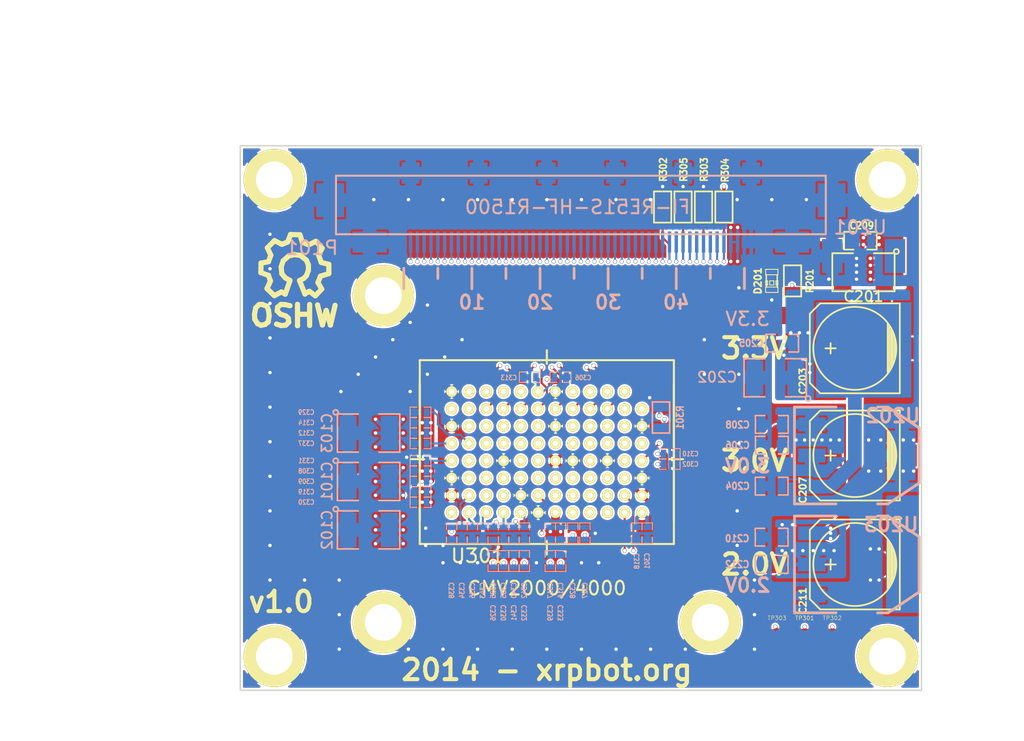
<source format=kicad_pcb>
(kicad_pcb (version 4) (host pcbnew "(2014-07-08 BZR 4987)-product")
  (layers (0 F.Cu signal hide) (1 In1.Cu power hide) (2 In2.Cu power hide) (31 B.Cu signal hide) (34 B.Paste user) (35 F.Paste user) (36 B.SilkS user) (37 F.SilkS user) (38 B.Mask user) (39 F.Mask user) (44 Edge.Cuts user))
  (net 0 "")
  (net 1 GND)
  (net 2 "/Power Supply/5V")
  (net 3 /CMV2000/2.0V)
  (net 4 /CMV2000/3.0V)
  (net 5 /CMV2000/3.3V)
  (net 6 /CMV2000/LVDS_1_N)
  (net 7 /CMV2000/LVDS_1_P)
  (net 8 /CMV2000/LVDS_2_N)
  (net 9 /CMV2000/LVDS_2_P)
  (net 10 /CMV2000/LVDS_3_N)
  (net 11 /CMV2000/LVDS_3_P)
  (net 12 /CMV2000/LVDS_4_N)
  (net 13 /CMV2000/LVDS_4_P)
  (net 14 /CMV2000/LVDS_5_N)
  (net 15 /CMV2000/LVDS_5_P)
  (net 16 /CMV2000/LVDS_6_P)
  (net 17 /CMV2000/LVDS_6_N)
  (net 18 /CMV2000/LVDS_7_N)
  (net 19 /CMV2000/LVDS_7_P)
  (net 20 /CMV2000/LVDS_8_N)
  (net 21 /CMV2000/LVDS_8_P)
  (net 22 /CMV2000/LVDS_9_N)
  (net 23 /CMV2000/LVDS_9_P)
  (net 24 /CMV2000/LVDS_10_N)
  (net 25 /CMV2000/LVDS_10_P)
  (net 26 /CMV2000/LVDS_11_N)
  (net 27 /CMV2000/LVDS_11_P)
  (net 28 /CMV2000/LVDS_12_N)
  (net 29 /CMV2000/LVDS_12_P)
  (net 30 /CMV2000/LVDS_13_N)
  (net 31 /CMV2000/LVDS_13_P)
  (net 32 /CMV2000/LVDS_14_P)
  (net 33 /CMV2000/LVDS_14_N)
  (net 34 /CMV2000/LVDS_15_N)
  (net 35 /CMV2000/LVDS_15_P)
  (net 36 /CMV2000/LVDS_16_N)
  (net 37 /CMV2000/LVDS_16_P)
  (net 38 /CMV2000/LVDS_CTR_N)
  (net 39 /CMV2000/LVDS_CTR_P)
  (net 40 /CMV2000/LVDS_CLK_OUT_N)
  (net 41 /CMV2000/LVDS_CLK_OUT_P)
  (net 42 /CMV2000/FRAME_REQ)
  (net 43 /CMV2000/T_EXP1)
  (net 44 /CMV2000/T_EXP2)
  (net 45 /CMV2000/SYS_RES_N)
  (net 46 /CMV2000/SPI_OUT)
  (net 47 /CMV2000/SPI_EN)
  (net 48 /CMV2000/SPI_CLK)
  (net 49 /CMV2000/LVDS_CLK_IN_N)
  (net 50 /CMV2000/LVDS_CLK_IN_P)
  (net 51 /CMV2000/CLK_IN)
  (net 52 /CMV2000/SPI_IN)
  (net 53 "Net-(C325-Pad2)")
  (net 54 "Net-(C326-Pad2)")
  (net 55 "Net-(C327-Pad2)")
  (net 56 "Net-(C328-Pad2)")
  (net 57 "Net-(C329-Pad2)")
  (net 58 "Net-(C330-Pad2)")
  (net 59 "Net-(C331-Pad2)")
  (net 60 "Net-(C332-Pad2)")
  (net 61 "Net-(C333-Pad2)")
  (net 62 "Net-(C334-Pad2)")
  (net 63 "Net-(C335-Pad2)")
  (net 64 "Net-(C336-Pad2)")
  (net 65 "Net-(C337-Pad2)")
  (net 66 "Net-(C338-Pad2)")
  (net 67 "Net-(C339-Pad2)")
  (net 68 "Net-(C340-Pad2)")
  (net 69 "Net-(C341-Pad2)")
  (net 70 "Net-(C342-Pad2)")
  (net 71 "Net-(C343-Pad2)")
  (net 72 "Net-(TP301-Pad1)")
  (net 73 "Net-(TP302-Pad1)")
  (net 74 "Net-(TP303-Pad1)")
  (net 75 "Net-(U301-PadF11)")
  (net 76 "Net-(U301-PadH12)")
  (net 77 "Net-(D201-Pad1)")
  (module owncomp:CMV2000 (layer F.Cu) (at 130.81 115.57 180)
    (fp_text reference U301 (at 5.08 -7.62 180) (layer F.SilkS))
    (fp_text value CMV2000/4000 (at 0 -10 180) (layer F.SilkS))
    (pad B1 thru_hole circle (at -6.985 3.175 180) (size 0.8 0.8) (drill 0.4) (layers *.Cu *.Mask F.SilkS) (net 38 /CMV2000/LVDS_CTR_N))
    (pad B2 thru_hole circle (at -5.715 3.175 180) (size 0.8 0.8) (drill 0.4) (layers *.Cu *.Mask F.SilkS) (net 39 /CMV2000/LVDS_CTR_P))
    (pad B3 thru_hole circle (at -4.445 3.175 180) (size 0.8 0.8) (drill 0.4) (layers *.Cu *.Mask F.SilkS) (net 12 /CMV2000/LVDS_4_N))
    (pad B4 thru_hole circle (at -3.175 3.175 180) (size 0.8 0.8) (drill 0.4) (layers *.Cu *.Mask F.SilkS) (net 13 /CMV2000/LVDS_4_P))
    (pad B5 thru_hole circle (at -1.905 3.175 180) (size 0.8 0.8) (drill 0.4) (layers *.Cu *.Mask F.SilkS) (net 18 /CMV2000/LVDS_7_N))
    (pad B6 thru_hole circle (at -0.635 3.175 180) (size 0.8 0.8) (drill 0.4) (layers *.Cu *.Mask F.SilkS) (net 19 /CMV2000/LVDS_7_P))
    (pad B7 thru_hole circle (at 0.635 3.175 180) (size 0.8 0.8) (drill 0.4) (layers *.Cu *.Mask F.SilkS) (net 24 /CMV2000/LVDS_10_N))
    (pad B8 thru_hole circle (at 1.905 3.175 180) (size 0.8 0.8) (drill 0.4) (layers *.Cu *.Mask F.SilkS) (net 25 /CMV2000/LVDS_10_P))
    (pad B9 thru_hole circle (at 3.175 3.175 180) (size 0.8 0.8) (drill 0.4) (layers *.Cu *.Mask F.SilkS) (net 30 /CMV2000/LVDS_13_N))
    (pad B10 thru_hole circle (at 4.445 3.175 180) (size 0.8 0.8) (drill 0.4) (layers *.Cu *.Mask F.SilkS) (net 31 /CMV2000/LVDS_13_P))
    (pad B11 thru_hole circle (at 5.715 3.175 180) (size 0.8 0.8) (drill 0.4) (layers *.Cu *.Mask F.SilkS) (net 40 /CMV2000/LVDS_CLK_OUT_N))
    (pad B12 thru_hole circle (at 6.985 3.175 180) (size 0.8 0.8) (drill 0.4) (layers *.Cu *.Mask F.SilkS) (net 41 /CMV2000/LVDS_CLK_OUT_P))
    (pad A12 thru_hole circle (at 6.985 4.445 180) (size 0.8 0.8) (drill 0.4) (layers *.Cu *.Mask F.SilkS) (net 1 GND))
    (pad A2 thru_hole circle (at -5.715 4.445 180) (size 0.8 0.8) (drill 0.4) (layers *.Cu *.Mask F.SilkS) (net 8 /CMV2000/LVDS_2_N))
    (pad A3 thru_hole circle (at -4.445 4.445 180) (size 0.8 0.8) (drill 0.4) (layers *.Cu *.Mask F.SilkS) (net 9 /CMV2000/LVDS_2_P))
    (pad A4 thru_hole circle (at -3.175 4.445 180) (size 0.8 0.8) (drill 0.4) (layers *.Cu *.Mask F.SilkS) (net 14 /CMV2000/LVDS_5_N))
    (pad A5 thru_hole circle (at -1.905 4.445 180) (size 0.8 0.8) (drill 0.4) (layers *.Cu *.Mask F.SilkS) (net 15 /CMV2000/LVDS_5_P))
    (pad A6 thru_hole circle (at -0.635 4.445 180) (size 0.8 0.8) (drill 0.4) (layers *.Cu *.Mask F.SilkS) (net 1 GND))
    (pad A7 thru_hole circle (at 0.635 4.445 180) (size 0.8 0.8) (drill 0.4) (layers *.Cu *.Mask F.SilkS) (net 3 /CMV2000/2.0V))
    (pad A9 thru_hole circle (at 3.175 4.445 180) (size 0.8 0.8) (drill 0.4) (layers *.Cu *.Mask F.SilkS) (net 29 /CMV2000/LVDS_12_P))
    (pad A8 thru_hole circle (at 1.905 4.445 180) (size 0.8 0.8) (drill 0.4) (layers *.Cu *.Mask F.SilkS) (net 28 /CMV2000/LVDS_12_N))
    (pad A10 thru_hole circle (at 4.445 4.445 180) (size 0.8 0.8) (drill 0.4) (layers *.Cu *.Mask F.SilkS) (net 34 /CMV2000/LVDS_15_N))
    (pad A11 thru_hole circle (at 5.715 4.445 180) (size 0.8 0.8) (drill 0.4) (layers *.Cu *.Mask F.SilkS) (net 35 /CMV2000/LVDS_15_P))
    (pad C1 thru_hole circle (at -6.985 1.905 180) (size 0.8 0.8) (drill 0.4) (layers *.Cu *.Mask F.SilkS) (net 1 GND))
    (pad C2 thru_hole circle (at -5.715 1.905 180) (size 0.8 0.8) (drill 0.4) (layers *.Cu *.Mask F.SilkS) (net 6 /CMV2000/LVDS_1_N))
    (pad C3 thru_hole circle (at -4.445 1.905 180) (size 0.8 0.8) (drill 0.4) (layers *.Cu *.Mask F.SilkS) (net 7 /CMV2000/LVDS_1_P))
    (pad C4 thru_hole circle (at -3.175 1.905 180) (size 0.8 0.8) (drill 0.4) (layers *.Cu *.Mask F.SilkS) (net 17 /CMV2000/LVDS_6_N))
    (pad C5 thru_hole circle (at -1.905 1.905 180) (size 0.8 0.8) (drill 0.4) (layers *.Cu *.Mask F.SilkS) (net 16 /CMV2000/LVDS_6_P))
    (pad C7 thru_hole circle (at 0.635 1.905 180) (size 0.8 0.8) (drill 0.4) (layers *.Cu *.Mask F.SilkS) (net 3 /CMV2000/2.0V))
    (pad C6 thru_hole circle (at -0.635 1.905 180) (size 0.8 0.8) (drill 0.4) (layers *.Cu *.Mask F.SilkS) (net 1 GND))
    (pad C8 thru_hole circle (at 1.905 1.905 180) (size 0.8 0.8) (drill 0.4) (layers *.Cu *.Mask F.SilkS) (net 26 /CMV2000/LVDS_11_N))
    (pad C9 thru_hole circle (at 3.175 1.905 180) (size 0.8 0.8) (drill 0.4) (layers *.Cu *.Mask F.SilkS) (net 27 /CMV2000/LVDS_11_P))
    (pad C10 thru_hole circle (at 4.445 1.905 180) (size 0.8 0.8) (drill 0.4) (layers *.Cu *.Mask F.SilkS) (net 36 /CMV2000/LVDS_16_N))
    (pad C11 thru_hole circle (at 5.715 1.905 180) (size 0.8 0.8) (drill 0.4) (layers *.Cu *.Mask F.SilkS) (net 37 /CMV2000/LVDS_16_P))
    (pad C12 thru_hole circle (at 6.985 1.905 180) (size 0.8 0.8) (drill 0.4) (layers *.Cu *.Mask F.SilkS) (net 1 GND))
    (pad D1 thru_hole circle (at -6.985 0.635 180) (size 0.8 0.8) (drill 0.4) (layers *.Cu *.Mask F.SilkS) (net 50 /CMV2000/LVDS_CLK_IN_P))
    (pad D2 thru_hole circle (at -5.715 0.635 180) (size 0.8 0.8) (drill 0.4) (layers *.Cu *.Mask F.SilkS) (net 49 /CMV2000/LVDS_CLK_IN_N))
    (pad D3 thru_hole circle (at -4.445 0.635 180) (size 0.8 0.8) (drill 0.4) (layers *.Cu *.Mask F.SilkS) (net 10 /CMV2000/LVDS_3_N))
    (pad D4 thru_hole circle (at -3.175 0.635 180) (size 0.8 0.8) (drill 0.4) (layers *.Cu *.Mask F.SilkS) (net 11 /CMV2000/LVDS_3_P))
    (pad D5 thru_hole circle (at -1.905 0.635 180) (size 0.8 0.8) (drill 0.4) (layers *.Cu *.Mask F.SilkS) (net 20 /CMV2000/LVDS_8_N))
    (pad D6 thru_hole circle (at -0.635 0.635 180) (size 0.8 0.8) (drill 0.4) (layers *.Cu *.Mask F.SilkS) (net 21 /CMV2000/LVDS_8_P))
    (pad D7 thru_hole circle (at 0.635 0.635 180) (size 0.8 0.8) (drill 0.4) (layers *.Cu *.Mask F.SilkS) (net 22 /CMV2000/LVDS_9_N))
    (pad D8 thru_hole circle (at 1.905 0.635 180) (size 0.8 0.8) (drill 0.4) (layers *.Cu *.Mask F.SilkS) (net 23 /CMV2000/LVDS_9_P))
    (pad D9 thru_hole circle (at 3.175 0.635 180) (size 0.8 0.8) (drill 0.4) (layers *.Cu *.Mask F.SilkS) (net 33 /CMV2000/LVDS_14_N))
    (pad D10 thru_hole circle (at 4.445 0.635 180) (size 0.8 0.8) (drill 0.4) (layers *.Cu *.Mask F.SilkS) (net 32 /CMV2000/LVDS_14_P))
    (pad D11 thru_hole circle (at 5.715 0.635 180) (size 0.8 0.8) (drill 0.4) (layers *.Cu *.Mask F.SilkS) (net 57 "Net-(C329-Pad2)"))
    (pad D12 thru_hole circle (at 6.985 0.635 180) (size 0.8 0.8) (drill 0.4) (layers *.Cu *.Mask F.SilkS) (net 65 "Net-(C337-Pad2)"))
    (pad E1 thru_hole circle (at -6.985 -0.635 180) (size 0.8 0.8) (drill 0.4) (layers *.Cu *.Mask F.SilkS) (net 51 /CMV2000/CLK_IN))
    (pad E2 thru_hole circle (at -5.715 -0.635 180) (size 0.8 0.8) (drill 0.4) (layers *.Cu *.Mask F.SilkS) (net 5 /CMV2000/3.3V))
    (pad E3 thru_hole circle (at -4.445 -0.635 180) (size 0.8 0.8) (drill 0.4) (layers *.Cu *.Mask F.SilkS) (net 1 GND))
    (pad E4 thru_hole circle (at -3.175 -0.635 180) (size 0.8 0.8) (drill 0.4) (layers *.Cu *.Mask F.SilkS) (net 3 /CMV2000/2.0V))
    (pad E6 thru_hole circle (at -0.635 -0.635 180) (size 0.8 0.8) (drill 0.4) (layers *.Cu *.Mask F.SilkS) (net 4 /CMV2000/3.0V))
    (pad E5 thru_hole circle (at -1.905 -0.635 180) (size 0.8 0.8) (drill 0.4) (layers *.Cu *.Mask F.SilkS) (net 1 GND))
    (pad E7 thru_hole circle (at 0.635 -0.635 180) (size 0.8 0.8) (drill 0.4) (layers *.Cu *.Mask F.SilkS) (net 3 /CMV2000/2.0V))
    (pad E8 thru_hole circle (at 1.905 -0.635 180) (size 0.8 0.8) (drill 0.4) (layers *.Cu *.Mask F.SilkS) (net 3 /CMV2000/2.0V))
    (pad E9 thru_hole circle (at 3.175 -0.635 180) (size 0.8 0.8) (drill 0.4) (layers *.Cu *.Mask F.SilkS) (net 1 GND))
    (pad E10 thru_hole circle (at 4.445 -0.635 180) (size 0.8 0.8) (drill 0.4) (layers *.Cu *.Mask F.SilkS) (net 58 "Net-(C330-Pad2)"))
    (pad E11 thru_hole circle (at 5.715 -0.635 180) (size 0.8 0.8) (drill 0.4) (layers *.Cu *.Mask F.SilkS) (net 66 "Net-(C338-Pad2)"))
    (pad E12 thru_hole circle (at 6.985 -0.635 180) (size 0.8 0.8) (drill 0.4) (layers *.Cu *.Mask F.SilkS) (net 59 "Net-(C331-Pad2)"))
    (pad F1 thru_hole circle (at -6.985 -1.905 180) (size 0.8 0.8) (drill 0.4) (layers *.Cu *.Mask F.SilkS) (net 1 GND))
    (pad F2 thru_hole circle (at -5.715 -1.905 180) (size 0.8 0.8) (drill 0.4) (layers *.Cu *.Mask F.SilkS) (net 42 /CMV2000/FRAME_REQ))
    (pad F5 thru_hole circle (at -1.905 -1.905 180) (size 0.8 0.8) (drill 0.4) (layers *.Cu *.Mask F.SilkS) (net 55 "Net-(C327-Pad2)"))
    (pad F3 thru_hole circle (at -4.445 -1.905 180) (size 0.8 0.8) (drill 0.4) (layers *.Cu *.Mask F.SilkS) (net 52 /CMV2000/SPI_IN))
    (pad F4 thru_hole circle (at -3.175 -1.905 180) (size 0.8 0.8) (drill 0.4) (layers *.Cu *.Mask F.SilkS) (net 46 /CMV2000/SPI_OUT))
    (pad F6 thru_hole circle (at -0.635 -1.905 180) (size 0.8 0.8) (drill 0.4) (layers *.Cu *.Mask F.SilkS) (net 67 "Net-(C339-Pad2)"))
    (pad F7 thru_hole circle (at 0.635 -1.905 180) (size 0.8 0.8) (drill 0.4) (layers *.Cu *.Mask F.SilkS) (net 5 /CMV2000/3.3V))
    (pad F8 thru_hole circle (at 1.905 -1.905 180) (size 0.8 0.8) (drill 0.4) (layers *.Cu *.Mask F.SilkS) (net 60 "Net-(C332-Pad2)"))
    (pad F9 thru_hole circle (at 3.175 -1.905 180) (size 0.8 0.8) (drill 0.4) (layers *.Cu *.Mask F.SilkS) (net 68 "Net-(C340-Pad2)"))
    (pad F10 thru_hole circle (at 4.445 -1.905 180) (size 0.8 0.8) (drill 0.4) (layers *.Cu *.Mask F.SilkS) (net 53 "Net-(C325-Pad2)"))
    (pad F11 thru_hole circle (at 5.715 -1.905 180) (size 0.8 0.8) (drill 0.4) (layers *.Cu *.Mask F.SilkS) (net 75 "Net-(U301-PadF11)"))
    (pad F12 thru_hole circle (at 6.985 -1.905 180) (size 0.8 0.8) (drill 0.4) (layers *.Cu *.Mask F.SilkS) (net 1 GND))
    (pad G1 thru_hole circle (at -6.985 -3.175 180) (size 0.8 0.8) (drill 0.4) (layers *.Cu *.Mask F.SilkS) (net 4 /CMV2000/3.0V))
    (pad G2 thru_hole circle (at -5.715 -3.175 180) (size 0.8 0.8) (drill 0.4) (layers *.Cu *.Mask F.SilkS) (net 73 "Net-(TP302-Pad1)"))
    (pad G3 thru_hole circle (at -4.445 -3.175 180) (size 0.8 0.8) (drill 0.4) (layers *.Cu *.Mask F.SilkS) (net 44 /CMV2000/T_EXP2))
    (pad G4 thru_hole circle (at -3.175 -3.175 180) (size 0.8 0.8) (drill 0.4) (layers *.Cu *.Mask F.SilkS) (net 47 /CMV2000/SPI_EN))
    (pad G5 thru_hole circle (at -1.905 -3.175 180) (size 0.8 0.8) (drill 0.4) (layers *.Cu *.Mask F.SilkS) (net 56 "Net-(C328-Pad2)"))
    (pad G6 thru_hole circle (at -0.635 -3.175 180) (size 0.8 0.8) (drill 0.4) (layers *.Cu *.Mask F.SilkS) (net 61 "Net-(C333-Pad2)"))
    (pad G7 thru_hole circle (at 0.635 -3.175 180) (size 0.8 0.8) (drill 0.4) (layers *.Cu *.Mask F.SilkS) (net 74 "Net-(TP303-Pad1)"))
    (pad G8 thru_hole circle (at 1.905 -3.175 180) (size 0.8 0.8) (drill 0.4) (layers *.Cu *.Mask F.SilkS) (net 1 GND))
    (pad G9 thru_hole circle (at 3.175 -3.175 180) (size 0.8 0.8) (drill 0.4) (layers *.Cu *.Mask F.SilkS) (net 69 "Net-(C341-Pad2)"))
    (pad G11 thru_hole circle (at 5.715 -3.175 180) (size 0.8 0.8) (drill 0.4) (layers *.Cu *.Mask F.SilkS) (net 62 "Net-(C334-Pad2)"))
    (pad G10 thru_hole circle (at 4.445 -3.175 180) (size 0.8 0.8) (drill 0.4) (layers *.Cu *.Mask F.SilkS) (net 54 "Net-(C326-Pad2)"))
    (pad G12 thru_hole circle (at 6.985 -3.175 180) (size 0.8 0.8) (drill 0.4) (layers *.Cu *.Mask F.SilkS) (net 4 /CMV2000/3.0V))
    (pad H1 thru_hole circle (at -6.985 -4.445 180) (size 0.8 0.8) (drill 0.4) (layers *.Cu *.Mask F.SilkS) (net 5 /CMV2000/3.3V))
    (pad H2 thru_hole circle (at -5.715 -4.445 180) (size 0.8 0.8) (drill 0.4) (layers *.Cu *.Mask F.SilkS) (net 72 "Net-(TP301-Pad1)"))
    (pad H3 thru_hole circle (at -4.445 -4.445 180) (size 0.8 0.8) (drill 0.4) (layers *.Cu *.Mask F.SilkS) (net 43 /CMV2000/T_EXP1))
    (pad H4 thru_hole circle (at -3.175 -4.445 180) (size 0.8 0.8) (drill 0.4) (layers *.Cu *.Mask F.SilkS) (net 48 /CMV2000/SPI_CLK))
    (pad H5 thru_hole circle (at -1.905 -4.445 180) (size 0.8 0.8) (drill 0.4) (layers *.Cu *.Mask F.SilkS) (net 45 /CMV2000/SYS_RES_N))
    (pad H6 thru_hole circle (at -0.635 -4.445 180) (size 0.8 0.8) (drill 0.4) (layers *.Cu *.Mask F.SilkS) (net 5 /CMV2000/3.3V))
    (pad H7 thru_hole circle (at 0.635 -4.445 180) (size 0.8 0.8) (drill 0.4) (layers *.Cu *.Mask F.SilkS) (net 1 GND))
    (pad H8 thru_hole circle (at 1.905 -4.445 180) (size 0.8 0.8) (drill 0.4) (layers *.Cu *.Mask F.SilkS) (net 70 "Net-(C342-Pad2)"))
    (pad H9 thru_hole circle (at 3.175 -4.445 180) (size 0.8 0.8) (drill 0.4) (layers *.Cu *.Mask F.SilkS) (net 63 "Net-(C335-Pad2)"))
    (pad H10 thru_hole circle (at 4.445 -4.445 180) (size 0.8 0.8) (drill 0.4) (layers *.Cu *.Mask F.SilkS) (net 71 "Net-(C343-Pad2)"))
    (pad H11 thru_hole circle (at 5.715 -4.445 180) (size 0.8 0.8) (drill 0.4) (layers *.Cu *.Mask F.SilkS) (net 64 "Net-(C336-Pad2)"))
    (pad H12 thru_hole circle (at 6.985 -4.445 180) (size 0.8 0.8) (drill 0.4) (layers *.Cu *.Mask F.SilkS) (net 76 "Net-(U301-PadH12)"))
  )
  (module SMD_Packages:SM0402_c (layer B.Cu) (at 121.539 116.967)
    (fp_text reference C308 (at -8.382 0) (layer B.SilkS) (effects (font (size 0.35052 0.3048) (thickness 0.07112)) (justify mirror)))
    (fp_text value 100n hide)
    (pad 1 smd rect (at -0.44958 0) (size 0.39878 0.59944) (layers B.Cu B.Paste B.Mask) (net 1 GND))
    (pad 2 smd rect (at 0.44958 0) (size 0.39878 0.59944) (layers B.Cu B.Paste B.Mask) (net 3 /CMV2000/2.0V))
  )
  (module SMD_Packages:SM0402_c (layer B.Cu) (at 121.539 114.173)
    (fp_text reference C312 (at -8.382 0) (layer B.SilkS) (effects (font (size 0.35052 0.3048) (thickness 0.07112)) (justify mirror)))
    (fp_text value 100n hide)
    (pad 1 smd rect (at -0.44958 0) (size 0.39878 0.59944) (layers B.Cu B.Paste B.Mask) (net 1 GND))
    (pad 2 smd rect (at 0.44958 0) (size 0.39878 0.59944) (layers B.Cu B.Paste B.Mask) (net 5 /CMV2000/3.3V))
  )
  (module SMD_Packages:SM0402_c (layer B.Cu) (at 131.826 121.539 90)
    (fp_text reference C316 (at -4.191 0 90) (layer B.SilkS) (effects (font (size 0.35052 0.3048) (thickness 0.07112)) (justify mirror)))
    (fp_text value 100n hide)
    (pad 1 smd rect (at -0.44958 0 90) (size 0.39878 0.59944) (layers B.Cu B.Paste B.Mask) (net 1 GND))
    (pad 2 smd rect (at 0.44958 0 90) (size 0.39878 0.59944) (layers B.Cu B.Paste B.Mask) (net 5 /CMV2000/3.3V))
  )
  (module SMD_Packages:SM0402_c (layer B.Cu) (at 137.414 121.539 90)
    (fp_text reference C318 (at -2.032 0 90) (layer B.SilkS) (effects (font (size 0.35052 0.3048) (thickness 0.07112)) (justify mirror)))
    (fp_text value 100n hide)
    (pad 1 smd rect (at -0.44958 0 90) (size 0.39878 0.59944) (layers B.Cu B.Paste B.Mask) (net 1 GND))
    (pad 2 smd rect (at 0.44958 0 90) (size 0.39878 0.59944) (layers B.Cu B.Paste B.Mask) (net 5 /CMV2000/3.3V))
  )
  (module SMD_Packages:SM0402_c (layer B.Cu) (at 121.539 119.253)
    (fp_text reference C320 (at -8.382 0) (layer B.SilkS) (effects (font (size 0.35052 0.3048) (thickness 0.07112)) (justify mirror)))
    (fp_text value 100n hide)
    (pad 1 smd rect (at -0.44958 0) (size 0.39878 0.59944) (layers B.Cu B.Paste B.Mask) (net 1 GND))
    (pad 2 smd rect (at 0.44958 0) (size 0.39878 0.59944) (layers B.Cu B.Paste B.Mask) (net 4 /CMV2000/3.0V))
  )
  (module SMD_Packages:SM0402_c (layer B.Cu) (at 126.873 121.539 90)
    (fp_text reference C325 (at -4.191 0 90) (layer B.SilkS) (effects (font (size 0.35052 0.3048) (thickness 0.07112)) (justify mirror)))
    (fp_text value 100n hide)
    (pad 1 smd rect (at -0.44958 0 90) (size 0.39878 0.59944) (layers B.Cu B.Paste B.Mask) (net 5 /CMV2000/3.3V))
    (pad 2 smd rect (at 0.44958 0 90) (size 0.39878 0.59944) (layers B.Cu B.Paste B.Mask) (net 53 "Net-(C325-Pad2)"))
  )
  (module SMD_Packages:SM0402_c (layer B.Cu) (at 126.873 123.571 270)
    (fp_text reference C326 (at 3.81 0 270) (layer B.SilkS) (effects (font (size 0.35052 0.3048) (thickness 0.07112)) (justify mirror)))
    (fp_text value 100n hide)
    (pad 1 smd rect (at -0.44958 0 270) (size 0.39878 0.59944) (layers B.Cu B.Paste B.Mask) (net 5 /CMV2000/3.3V))
    (pad 2 smd rect (at 0.44958 0 270) (size 0.39878 0.59944) (layers B.Cu B.Paste B.Mask) (net 54 "Net-(C326-Pad2)"))
  )
  (module SMD_Packages:SM0402_c (layer B.Cu) (at 133.604 121.539 270)
    (fp_text reference C327 (at 4.191 0 270) (layer B.SilkS) (effects (font (size 0.35052 0.3048) (thickness 0.07112)) (justify mirror)))
    (fp_text value 100n hide)
    (pad 1 smd rect (at -0.44958 0 270) (size 0.39878 0.59944) (layers B.Cu B.Paste B.Mask) (net 5 /CMV2000/3.3V))
    (pad 2 smd rect (at 0.44958 0 270) (size 0.39878 0.59944) (layers B.Cu B.Paste B.Mask) (net 55 "Net-(C327-Pad2)"))
  )
  (module SMD_Packages:SM0402_c (layer B.Cu) (at 132.715 121.539 270)
    (fp_text reference C328 (at 4.191 0 270) (layer B.SilkS) (effects (font (size 0.35052 0.3048) (thickness 0.07112)) (justify mirror)))
    (fp_text value 100n hide)
    (pad 1 smd rect (at -0.44958 0 270) (size 0.39878 0.59944) (layers B.Cu B.Paste B.Mask) (net 5 /CMV2000/3.3V))
    (pad 2 smd rect (at 0.44958 0 270) (size 0.39878 0.59944) (layers B.Cu B.Paste B.Mask) (net 56 "Net-(C328-Pad2)"))
  )
  (module SMD_Packages:SM0402_c (layer B.Cu) (at 121.539 112.649)
    (fp_text reference C329 (at -8.382 0) (layer B.SilkS) (effects (font (size 0.35052 0.3048) (thickness 0.07112)) (justify mirror)))
    (fp_text value 100n hide)
    (pad 1 smd rect (at -0.44958 0) (size 0.39878 0.59944) (layers B.Cu B.Paste B.Mask) (net 1 GND))
    (pad 2 smd rect (at 0.44958 0) (size 0.39878 0.59944) (layers B.Cu B.Paste B.Mask) (net 57 "Net-(C329-Pad2)"))
  )
  (module SMD_Packages:SM0402_c (layer B.Cu) (at 127.635 123.571 270)
    (fp_text reference C330 (at 3.81 0 270) (layer B.SilkS) (effects (font (size 0.35052 0.3048) (thickness 0.07112)) (justify mirror)))
    (fp_text value 100n hide)
    (pad 1 smd rect (at -0.44958 0 270) (size 0.39878 0.59944) (layers B.Cu B.Paste B.Mask) (net 1 GND))
    (pad 2 smd rect (at 0.44958 0 270) (size 0.39878 0.59944) (layers B.Cu B.Paste B.Mask) (net 58 "Net-(C330-Pad2)"))
  )
  (module SMD_Packages:SM0402_c (layer B.Cu) (at 121.539 116.205)
    (fp_text reference C331 (at -8.382 0) (layer B.SilkS) (effects (font (size 0.35052 0.3048) (thickness 0.07112)) (justify mirror)))
    (fp_text value 100n hide)
    (pad 1 smd rect (at -0.44958 0) (size 0.39878 0.59944) (layers B.Cu B.Paste B.Mask) (net 1 GND))
    (pad 2 smd rect (at 0.44958 0) (size 0.39878 0.59944) (layers B.Cu B.Paste B.Mask) (net 59 "Net-(C331-Pad2)"))
  )
  (module SMD_Packages:SM0402_c (layer B.Cu) (at 129.159 123.571 270)
    (fp_text reference C332 (at 3.81 0 270) (layer B.SilkS) (effects (font (size 0.35052 0.3048) (thickness 0.07112)) (justify mirror)))
    (fp_text value 100n hide)
    (pad 1 smd rect (at -0.44958 0 270) (size 0.39878 0.59944) (layers B.Cu B.Paste B.Mask) (net 1 GND))
    (pad 2 smd rect (at 0.44958 0 270) (size 0.39878 0.59944) (layers B.Cu B.Paste B.Mask) (net 60 "Net-(C332-Pad2)"))
  )
  (module SMD_Packages:SM0402_c (layer B.Cu) (at 131.826 123.571 270)
    (fp_text reference C333 (at 3.81 0 270) (layer B.SilkS) (effects (font (size 0.35052 0.3048) (thickness 0.07112)) (justify mirror)))
    (fp_text value 100n hide)
    (pad 1 smd rect (at -0.44958 0 270) (size 0.39878 0.59944) (layers B.Cu B.Paste B.Mask) (net 1 GND))
    (pad 2 smd rect (at 0.44958 0 270) (size 0.39878 0.59944) (layers B.Cu B.Paste B.Mask) (net 61 "Net-(C333-Pad2)"))
  )
  (module SMD_Packages:SM0402_c (layer B.Cu) (at 124.587 121.539 90)
    (fp_text reference C334 (at -4.191 0 90) (layer B.SilkS) (effects (font (size 0.35052 0.3048) (thickness 0.07112)) (justify mirror)))
    (fp_text value 100n hide)
    (pad 1 smd rect (at -0.44958 0 90) (size 0.39878 0.59944) (layers B.Cu B.Paste B.Mask) (net 1 GND))
    (pad 2 smd rect (at 0.44958 0 90) (size 0.39878 0.59944) (layers B.Cu B.Paste B.Mask) (net 62 "Net-(C334-Pad2)"))
  )
  (module SMD_Packages:SM0402_c (layer B.Cu) (at 127.635 121.539 90)
    (fp_text reference C335 (at -4.191 0 90) (layer B.SilkS) (effects (font (size 0.35052 0.3048) (thickness 0.07112)) (justify mirror)))
    (fp_text value 100n hide)
    (pad 1 smd rect (at -0.44958 0 90) (size 0.39878 0.59944) (layers B.Cu B.Paste B.Mask) (net 1 GND))
    (pad 2 smd rect (at 0.44958 0 90) (size 0.39878 0.59944) (layers B.Cu B.Paste B.Mask) (net 63 "Net-(C335-Pad2)"))
  )
  (module SMD_Packages:SM0402_c (layer B.Cu) (at 125.349 121.539 90)
    (fp_text reference C336 (at -4.191 0 90) (layer B.SilkS) (effects (font (size 0.35052 0.3048) (thickness 0.07112)) (justify mirror)))
    (fp_text value 100n hide)
    (pad 1 smd rect (at -0.44958 0 90) (size 0.39878 0.59944) (layers B.Cu B.Paste B.Mask) (net 1 GND))
    (pad 2 smd rect (at 0.44958 0 90) (size 0.39878 0.59944) (layers B.Cu B.Paste B.Mask) (net 64 "Net-(C336-Pad2)"))
  )
  (module SMD_Packages:SM0402_c (layer B.Cu) (at 121.539 114.935)
    (fp_text reference C337 (at -8.382 0) (layer B.SilkS) (effects (font (size 0.35052 0.3048) (thickness 0.07112)) (justify mirror)))
    (fp_text value 100n hide)
    (pad 1 smd rect (at -0.44958 0) (size 0.39878 0.59944) (layers B.Cu B.Paste B.Mask) (net 1 GND))
    (pad 2 smd rect (at 0.44958 0) (size 0.39878 0.59944) (layers B.Cu B.Paste B.Mask) (net 65 "Net-(C337-Pad2)"))
  )
  (module SMD_Packages:SM0402_c (layer B.Cu) (at 123.825 121.539 90)
    (fp_text reference C338 (at -4.191 0 90) (layer B.SilkS) (effects (font (size 0.35052 0.3048) (thickness 0.07112)) (justify mirror)))
    (fp_text value 100n hide)
    (pad 1 smd rect (at -0.44958 0 90) (size 0.39878 0.59944) (layers B.Cu B.Paste B.Mask) (net 1 GND))
    (pad 2 smd rect (at 0.44958 0 90) (size 0.39878 0.59944) (layers B.Cu B.Paste B.Mask) (net 66 "Net-(C338-Pad2)"))
  )
  (module SMD_Packages:SM0402_c (layer B.Cu) (at 131.064 123.571 270)
    (fp_text reference C339 (at 3.81 0 270) (layer B.SilkS) (effects (font (size 0.35052 0.3048) (thickness 0.07112)) (justify mirror)))
    (fp_text value 100n hide)
    (pad 1 smd rect (at -0.44958 0 270) (size 0.39878 0.59944) (layers B.Cu B.Paste B.Mask) (net 1 GND))
    (pad 2 smd rect (at 0.44958 0 270) (size 0.39878 0.59944) (layers B.Cu B.Paste B.Mask) (net 67 "Net-(C339-Pad2)"))
  )
  (module SMD_Packages:SM0402_c (layer B.Cu) (at 128.397 121.539 90)
    (fp_text reference C340 (at -4.191 0 90) (layer B.SilkS) (effects (font (size 0.35052 0.3048) (thickness 0.07112)) (justify mirror)))
    (fp_text value 100n hide)
    (pad 1 smd rect (at -0.44958 0 90) (size 0.39878 0.59944) (layers B.Cu B.Paste B.Mask) (net 1 GND))
    (pad 2 smd rect (at 0.44958 0 90) (size 0.39878 0.59944) (layers B.Cu B.Paste B.Mask) (net 68 "Net-(C340-Pad2)"))
  )
  (module SMD_Packages:SM0402_c (layer B.Cu) (at 128.397 123.571 270)
    (fp_text reference C341 (at 3.81 0 270) (layer B.SilkS) (effects (font (size 0.35052 0.3048) (thickness 0.07112)) (justify mirror)))
    (fp_text value 100n hide)
    (pad 1 smd rect (at -0.44958 0 270) (size 0.39878 0.59944) (layers B.Cu B.Paste B.Mask) (net 1 GND))
    (pad 2 smd rect (at 0.44958 0 270) (size 0.39878 0.59944) (layers B.Cu B.Paste B.Mask) (net 69 "Net-(C341-Pad2)"))
  )
  (module SMD_Packages:SM0402_c (layer B.Cu) (at 129.159 121.539 90)
    (fp_text reference C342 (at -4.191 0 90) (layer B.SilkS) (effects (font (size 0.35052 0.3048) (thickness 0.07112)) (justify mirror)))
    (fp_text value 100n hide)
    (pad 1 smd rect (at -0.44958 0 90) (size 0.39878 0.59944) (layers B.Cu B.Paste B.Mask) (net 1 GND))
    (pad 2 smd rect (at 0.44958 0 90) (size 0.39878 0.59944) (layers B.Cu B.Paste B.Mask) (net 70 "Net-(C342-Pad2)"))
  )
  (module SMD_Packages:SM0402_c (layer B.Cu) (at 126.111 121.539 90)
    (fp_text reference C343 (at -4.191 0 90) (layer B.SilkS) (effects (font (size 0.35052 0.3048) (thickness 0.07112)) (justify mirror)))
    (fp_text value 100n hide)
    (pad 1 smd rect (at -0.44958 0 90) (size 0.39878 0.59944) (layers B.Cu B.Paste B.Mask) (net 1 GND))
    (pad 2 smd rect (at 0.44958 0 90) (size 0.39878 0.59944) (layers B.Cu B.Paste B.Mask) (net 71 "Net-(C343-Pad2)"))
  )
  (module SMD_Packages:SM0603 (layer B.Cu) (at 139.192 113.03 270)
    (fp_text reference R301 (at 0 -1.397 270) (layer B.SilkS) (effects (font (size 0.508 0.4572) (thickness 0.1143)) (justify mirror)))
    (fp_text value 100 hide)
    (pad 1 smd rect (at -0.762 0 270) (size 0.635 1.143) (layers B.Cu B.Paste B.Mask) (net 49 /CMV2000/LVDS_CLK_IN_N))
    (pad 2 smd rect (at 0.762 0 270) (size 0.635 1.143) (layers B.Cu B.Paste B.Mask) (net 50 /CMV2000/LVDS_CLK_IN_P))
  )
  (module SMD_Packages:SOT223 (layer B.Cu) (at 153.56 115.82 90)
    (fp_text reference U202 (at 2.917 2.65 180) (layer B.SilkS) (effects (font (size 1.016 1.016) (thickness 0.2032)) (justify mirror)))
    (fp_text value 3.0V (at -0.766 -8.018 180) (layer B.SilkS) (effects (font (size 1.016 1.016) (thickness 0.2032)) (justify mirror)))
    (pad 4 smd rect (at 0 3.302 90) (size 3.6576 2.032) (layers B.Cu B.Paste B.Mask) (net 1 GND))
    (pad 2 smd rect (at 0 -3.302 90) (size 1.016 2.032) (layers B.Cu B.Paste B.Mask) (net 1 GND))
    (pad 3 smd rect (at 2.286 -3.302 90) (size 1.016 2.032) (layers B.Cu B.Paste B.Mask) (net 4 /CMV2000/3.0V))
    (pad 1 smd rect (at -2.286 -3.302 90) (size 1.016 2.032) (layers B.Cu B.Paste B.Mask) (net 5 /CMV2000/3.3V))
  )
  (module SMD_Packages:SOT223 (layer B.Cu) (at 153.56 123.82 90)
    (fp_text reference U203 (at 2.916 2.523 180) (layer B.SilkS) (effects (font (size 1.016 1.016) (thickness 0.2032)) (justify mirror)))
    (fp_text value 2.0V (at -1.529 -8.018 180) (layer B.SilkS) (effects (font (size 1.016 1.016) (thickness 0.2032)) (justify mirror)))
    (pad 4 smd rect (at 0 3.302 90) (size 3.6576 2.032) (layers B.Cu B.Paste B.Mask) (net 3 /CMV2000/2.0V))
    (pad 2 smd rect (at 0 -3.302 90) (size 1.016 2.032) (layers B.Cu B.Paste B.Mask) (net 3 /CMV2000/2.0V))
    (pad 3 smd rect (at 2.286 -3.302 90) (size 1.016 2.032) (layers B.Cu B.Paste B.Mask) (net 2 "/Power Supply/5V"))
    (pad 1 smd rect (at -2.286 -3.302 90) (size 1.016 2.032) (layers B.Cu B.Paste B.Mask) (net 1 GND))
  )
  (module owncomp:TO252-3 (layer B.Cu) (at 154.06 108.07)
    (fp_text reference U201 (at -0.25 -9) (layer B.SilkS) (effects (justify mirror)))
    (fp_text value 3.3V (at -8.518 -2.279 180) (layer B.SilkS) (effects (justify mirror)))
    (pad 2 smd rect (at 0 0) (size 7 7) (layers B.Cu B.Paste B.Mask) (net 5 /CMV2000/3.3V))
    (pad 3 smd rect (at 2.3 -6.9) (size 1.5 2.5) (layers B.Cu B.Paste B.Mask) (net 2 "/Power Supply/5V"))
    (pad 1 smd rect (at -2.3 -6.9) (size 1.5 2.5) (layers B.Cu B.Paste B.Mask) (net 1 GND))
  )
  (module SMD_Packages:SM0402_c (layer B.Cu) (at 139.827 115.697 180)
    (fp_text reference C310 (at -1.524 0 180) (layer B.SilkS) (effects (font (size 0.35052 0.3048) (thickness 0.07112)) (justify mirror)))
    (fp_text value 4.7µ hide)
    (pad 1 smd rect (at -0.44958 0 180) (size 0.39878 0.59944) (layers B.Cu B.Paste B.Mask) (net 1 GND))
    (pad 2 smd rect (at 0.44958 0 180) (size 0.39878 0.59944) (layers B.Cu B.Paste B.Mask) (net 5 /CMV2000/3.3V))
  )
  (module SMD_Packages:SM0402_c (layer B.Cu) (at 121.539 117.729)
    (fp_text reference C309 (at -8.382 0) (layer B.SilkS) (effects (font (size 0.35052 0.3048) (thickness 0.07112)) (justify mirror)))
    (fp_text value 4.7µ hide)
    (pad 1 smd rect (at -0.44958 0) (size 0.39878 0.59944) (layers B.Cu B.Paste B.Mask) (net 1 GND))
    (pad 2 smd rect (at 0.44958 0) (size 0.39878 0.59944) (layers B.Cu B.Paste B.Mask) (net 3 /CMV2000/2.0V))
  )
  (module SMD_Packages:SM0402_c (layer B.Cu) (at 121.539 113.411)
    (fp_text reference C314 (at -8.382 0) (layer B.SilkS) (effects (font (size 0.35052 0.3048) (thickness 0.07112)) (justify mirror)))
    (fp_text value 4.7µ hide)
    (pad 1 smd rect (at -0.44958 0) (size 0.39878 0.59944) (layers B.Cu B.Paste B.Mask) (net 1 GND))
    (pad 2 smd rect (at 0.44958 0) (size 0.39878 0.59944) (layers B.Cu B.Paste B.Mask) (net 5 /CMV2000/3.3V))
  )
  (module SMD_Packages:SM0402_c (layer B.Cu) (at 129.56 110.07)
    (fp_text reference C313 (at -1.544 0.039) (layer B.SilkS) (effects (font (size 0.35052 0.3048) (thickness 0.07112)) (justify mirror)))
    (fp_text value 4.7µ hide)
    (pad 1 smd rect (at -0.44958 0) (size 0.39878 0.59944) (layers B.Cu B.Paste B.Mask) (net 1 GND))
    (pad 2 smd rect (at 0.44958 0) (size 0.39878 0.59944) (layers B.Cu B.Paste B.Mask) (net 3 /CMV2000/2.0V))
  )
  (module SMD_Packages:SM0402_c (layer B.Cu) (at 131.064 121.539 90)
    (fp_text reference C317 (at -4.191 0 90) (layer B.SilkS) (effects (font (size 0.35052 0.3048) (thickness 0.07112)) (justify mirror)))
    (fp_text value 4.7µ hide)
    (pad 1 smd rect (at -0.44958 0 90) (size 0.39878 0.59944) (layers B.Cu B.Paste B.Mask) (net 1 GND))
    (pad 2 smd rect (at 0.44958 0 90) (size 0.39878 0.59944) (layers B.Cu B.Paste B.Mask) (net 5 /CMV2000/3.3V))
  )
  (module SMD_Packages:SM0402_c (layer B.Cu) (at 121.539 118.491)
    (fp_text reference C319 (at -8.382 0) (layer B.SilkS) (effects (font (size 0.35052 0.3048) (thickness 0.07112)) (justify mirror)))
    (fp_text value 4.7µ hide)
    (pad 1 smd rect (at -0.44958 0) (size 0.39878 0.59944) (layers B.Cu B.Paste B.Mask) (net 1 GND))
    (pad 2 smd rect (at 0.44958 0) (size 0.39878 0.59944) (layers B.Cu B.Paste B.Mask) (net 4 /CMV2000/3.0V))
  )
  (module SMD_Packages:SM1210 (layer B.Cu) (at 117.729 117.729)
    (fp_text reference C101 (at -3.048 0 270) (layer B.SilkS) (effects (font (size 0.762 0.762) (thickness 0.127)) (justify mirror)))
    (fp_text value 100µ hide)
    (pad 1 smd rect (at -1.524 0) (size 1.27 2.54) (layers B.Cu B.Paste B.Mask) (net 1 GND))
    (pad 2 smd rect (at 1.524 0) (size 1.27 2.54) (layers B.Cu B.Paste B.Mask) (net 3 /CMV2000/2.0V))
  )
  (module SMD_Packages:SM1210 (layer B.Cu) (at 117.729 121.285)
    (fp_text reference C102 (at -3.048 0 270) (layer B.SilkS) (effects (font (size 0.762 0.762) (thickness 0.127)) (justify mirror)))
    (fp_text value 100µ hide)
    (pad 1 smd rect (at -1.524 0) (size 1.27 2.54) (layers B.Cu B.Paste B.Mask) (net 1 GND))
    (pad 2 smd rect (at 1.524 0) (size 1.27 2.54) (layers B.Cu B.Paste B.Mask) (net 4 /CMV2000/3.0V))
  )
  (module SMD_Packages:SM1210 (layer B.Cu) (at 117.729 114.173)
    (fp_text reference C103 (at -3.048 0 270) (layer B.SilkS) (effects (font (size 0.762 0.762) (thickness 0.127)) (justify mirror)))
    (fp_text value 100µ hide)
    (pad 1 smd rect (at -1.524 0) (size 1.27 2.54) (layers B.Cu B.Paste B.Mask) (net 1 GND))
    (pad 2 smd rect (at 1.524 0) (size 1.27 2.54) (layers B.Cu B.Paste B.Mask) (net 5 /CMV2000/3.3V))
  )
  (module SMD_Packages:SM1210 (layer F.Cu) (at 154.051 102.362 180)
    (fp_text reference C201 (at 0 -1.778 180) (layer F.SilkS) (effects (font (size 0.762 0.762) (thickness 0.127))))
    (fp_text value 100µ hide)
    (pad 1 smd rect (at -1.524 0 180) (size 1.27 2.54) (layers F.Cu F.Paste F.Mask) (net 2 "/Power Supply/5V"))
    (pad 2 smd rect (at 1.524 0 180) (size 1.27 2.54) (layers F.Cu F.Paste F.Mask) (net 1 GND))
  )
  (module SMD_Packages:SM1210 (layer B.Cu) (at 147.574 110.109 180)
    (fp_text reference C202 (at 4.264 0.039 360) (layer B.SilkS) (effects (font (size 0.762 0.762) (thickness 0.127)) (justify mirror)))
    (fp_text value 100µ hide)
    (pad 1 smd rect (at -1.524 0 180) (size 1.27 2.54) (layers B.Cu B.Paste B.Mask) (net 5 /CMV2000/3.3V))
    (pad 2 smd rect (at 1.524 0 180) (size 1.27 2.54) (layers B.Cu B.Paste B.Mask) (net 1 GND))
  )
  (module SMD_Packages:SM0603_Capa (layer B.Cu) (at 147.31 118.07 180)
    (fp_text reference C204 (at 2.5 0 180) (layer B.SilkS) (effects (font (size 0.508 0.4572) (thickness 0.1143)) (justify mirror)))
    (fp_text value 33µ hide)
    (pad 1 smd rect (at -0.762 0 180) (size 0.635 1.143) (layers B.Cu B.Paste B.Mask) (net 5 /CMV2000/3.3V))
    (pad 2 smd rect (at 0.762 0 180) (size 0.635 1.143) (layers B.Cu B.Paste B.Mask) (net 1 GND))
  )
  (module SMD_Packages:SM0603_Capa (layer B.Cu) (at 148.082 107.569 180)
    (fp_text reference C205 (at 2.272 -0.001 180) (layer B.SilkS) (effects (font (size 0.508 0.4572) (thickness 0.1143)) (justify mirror)))
    (fp_text value 10µ hide)
    (pad 1 smd rect (at -0.762 0 180) (size 0.635 1.143) (layers B.Cu B.Paste B.Mask) (net 5 /CMV2000/3.3V))
    (pad 2 smd rect (at 0.762 0 180) (size 0.635 1.143) (layers B.Cu B.Paste B.Mask) (net 1 GND))
  )
  (module SMD_Packages:SM0603_Capa (layer B.Cu) (at 147.32 115.062 180)
    (fp_text reference C206 (at 2.51 -0.008 180) (layer B.SilkS) (effects (font (size 0.508 0.4572) (thickness 0.1143)) (justify mirror)))
    (fp_text value 10µ hide)
    (pad 1 smd rect (at -0.762 0 180) (size 0.635 1.143) (layers B.Cu B.Paste B.Mask) (net 4 /CMV2000/3.0V))
    (pad 2 smd rect (at 0.762 0 180) (size 0.635 1.143) (layers B.Cu B.Paste B.Mask) (net 1 GND))
  )
  (module SMD_Packages:SM0402_c (layer B.Cu) (at 139.827 116.459 180)
    (fp_text reference C302 (at -1.524 0 180) (layer B.SilkS) (effects (font (size 0.35052 0.3048) (thickness 0.07112)) (justify mirror)))
    (fp_text value 100n hide)
    (pad 1 smd rect (at -0.44958 0 180) (size 0.39878 0.59944) (layers B.Cu B.Paste B.Mask) (net 1 GND))
    (pad 2 smd rect (at 0.44958 0 180) (size 0.39878 0.59944) (layers B.Cu B.Paste B.Mask) (net 5 /CMV2000/3.3V))
  )
  (module SMD_Packages:SM0402_c (layer B.Cu) (at 131.81 110.07 180)
    (fp_text reference C306 (at -1.667 -0.039 180) (layer B.SilkS) (effects (font (size 0.35052 0.3048) (thickness 0.07112)) (justify mirror)))
    (fp_text value 100n hide)
    (pad 1 smd rect (at -0.44958 0 180) (size 0.39878 0.59944) (layers B.Cu B.Paste B.Mask) (net 1 GND))
    (pad 2 smd rect (at 0.44958 0 180) (size 0.39878 0.59944) (layers B.Cu B.Paste B.Mask) (net 3 /CMV2000/2.0V))
  )
  (module owncomp:FI-RE51S-HF-R1500 (layer B.Cu) (at 133.31 99.57)
    (fp_text reference P101 (at -19.75 1) (layer B.SilkS) (effects (justify mirror)))
    (fp_text value FI-RE51S-HF-R1500 (at -0.25 -2) (layer B.SilkS) (effects (justify mirror)))
    (pad 1 smd rect (at -12.5 0.575) (size 0.25 1.55) (layers B.Cu B.Paste B.Mask) (net 40 /CMV2000/LVDS_CLK_OUT_N))
    (pad 2 smd rect (at -12 0.575) (size 0.25 1.55) (layers B.Cu B.Paste B.Mask) (net 41 /CMV2000/LVDS_CLK_OUT_P))
    (pad 3 smd rect (at -11.5 0.575) (size 0.25 1.55) (layers B.Cu B.Paste B.Mask) (net 34 /CMV2000/LVDS_15_N))
    (pad 4 smd rect (at -11 0.575) (size 0.25 1.55) (layers B.Cu B.Paste B.Mask) (net 35 /CMV2000/LVDS_15_P))
    (pad 5 smd rect (at -10.5 0.575) (size 0.25 1.55) (layers B.Cu B.Paste B.Mask) (net 36 /CMV2000/LVDS_16_N))
    (pad 6 smd rect (at -10 0.575) (size 0.25 1.55) (layers B.Cu B.Paste B.Mask) (net 37 /CMV2000/LVDS_16_P))
    (pad 7 smd rect (at -9.5 0.575) (size 0.25 1.55) (layers B.Cu B.Paste B.Mask) (net 30 /CMV2000/LVDS_13_N))
    (pad 8 smd rect (at -9 0.575) (size 0.25 1.55) (layers B.Cu B.Paste B.Mask) (net 31 /CMV2000/LVDS_13_P))
    (pad 9 smd rect (at -8.5 0.575) (size 0.25 1.55) (layers B.Cu B.Paste B.Mask) (net 33 /CMV2000/LVDS_14_N))
    (pad 10 smd rect (at -8 0.575) (size 0.25 1.55) (layers B.Cu B.Paste B.Mask) (net 32 /CMV2000/LVDS_14_P))
    (pad 11 smd rect (at -7.5 0.575) (size 0.25 1.55) (layers B.Cu B.Paste B.Mask) (net 28 /CMV2000/LVDS_12_N))
    (pad 12 smd rect (at -7 0.575) (size 0.25 1.55) (layers B.Cu B.Paste B.Mask) (net 29 /CMV2000/LVDS_12_P))
    (pad 13 smd rect (at -6.5 0.575) (size 0.25 1.55) (layers B.Cu B.Paste B.Mask) (net 26 /CMV2000/LVDS_11_N))
    (pad 14 smd rect (at -6 0.575) (size 0.25 1.55) (layers B.Cu B.Paste B.Mask) (net 27 /CMV2000/LVDS_11_P))
    (pad 15 smd rect (at -5.5 0.575) (size 0.25 1.55) (layers B.Cu B.Paste B.Mask) (net 24 /CMV2000/LVDS_10_N))
    (pad 16 smd rect (at -5 0.575) (size 0.25 1.55) (layers B.Cu B.Paste B.Mask) (net 25 /CMV2000/LVDS_10_P))
    (pad 17 smd rect (at -4.5 0.575) (size 0.25 1.55) (layers B.Cu B.Paste B.Mask) (net 22 /CMV2000/LVDS_9_N))
    (pad 18 smd rect (at -4 0.575) (size 0.25 1.55) (layers B.Cu B.Paste B.Mask) (net 23 /CMV2000/LVDS_9_P))
    (pad 19 smd rect (at -3.5 0.575) (size 0.25 1.55) (layers B.Cu B.Paste B.Mask) (net 18 /CMV2000/LVDS_7_N))
    (pad 20 smd rect (at -3 0.575) (size 0.25 1.55) (layers B.Cu B.Paste B.Mask) (net 19 /CMV2000/LVDS_7_P))
    (pad 21 smd rect (at -2.5 0.575) (size 0.25 1.55) (layers B.Cu B.Paste B.Mask) (net 20 /CMV2000/LVDS_8_N))
    (pad 22 smd rect (at -2 0.575) (size 0.25 1.55) (layers B.Cu B.Paste B.Mask) (net 21 /CMV2000/LVDS_8_P))
    (pad 23 smd rect (at -1.5 0.575) (size 0.25 1.55) (layers B.Cu B.Paste B.Mask) (net 14 /CMV2000/LVDS_5_N))
    (pad 24 smd rect (at -1 0.575) (size 0.25 1.55) (layers B.Cu B.Paste B.Mask) (net 15 /CMV2000/LVDS_5_P))
    (pad 25 smd rect (at -0.5 0.575) (size 0.25 1.55) (layers B.Cu B.Paste B.Mask) (net 17 /CMV2000/LVDS_6_N))
    (pad 26 smd rect (at 0 0.575) (size 0.25 1.55) (layers B.Cu B.Paste B.Mask) (net 16 /CMV2000/LVDS_6_P))
    (pad 27 smd rect (at 0.5 0.575) (size 0.25 1.55) (layers B.Cu B.Paste B.Mask) (net 12 /CMV2000/LVDS_4_N))
    (pad 28 smd rect (at 1 0.575) (size 0.25 1.55) (layers B.Cu B.Paste B.Mask) (net 13 /CMV2000/LVDS_4_P))
    (pad 29 smd rect (at 1.5 0.575) (size 0.25 1.55) (layers B.Cu B.Paste B.Mask) (net 10 /CMV2000/LVDS_3_N))
    (pad 30 smd rect (at 2 0.575) (size 0.25 1.55) (layers B.Cu B.Paste B.Mask) (net 11 /CMV2000/LVDS_3_P))
    (pad 31 smd rect (at 2.5 0.575) (size 0.25 1.55) (layers B.Cu B.Paste B.Mask) (net 8 /CMV2000/LVDS_2_N))
    (pad 32 smd rect (at 3 0.575) (size 0.25 1.55) (layers B.Cu B.Paste B.Mask) (net 9 /CMV2000/LVDS_2_P))
    (pad 33 smd rect (at 3.5 0.575) (size 0.25 1.55) (layers B.Cu B.Paste B.Mask) (net 6 /CMV2000/LVDS_1_N))
    (pad 34 smd rect (at 4 0.575) (size 0.25 1.55) (layers B.Cu B.Paste B.Mask) (net 7 /CMV2000/LVDS_1_P))
    (pad 35 smd rect (at 4.5 0.575) (size 0.25 1.55) (layers B.Cu B.Paste B.Mask) (net 38 /CMV2000/LVDS_CTR_N))
    (pad 36 smd rect (at 5 0.575) (size 0.25 1.55) (layers B.Cu B.Paste B.Mask) (net 39 /CMV2000/LVDS_CTR_P))
    (pad 37 smd rect (at 5.5 0.575) (size 0.25 1.55) (layers B.Cu B.Paste B.Mask) (net 49 /CMV2000/LVDS_CLK_IN_N))
    (pad 38 smd rect (at 6 0.575) (size 0.25 1.55) (layers B.Cu B.Paste B.Mask) (net 50 /CMV2000/LVDS_CLK_IN_P))
    (pad 39 smd rect (at 6.5 0.575) (size 0.25 1.55) (layers B.Cu B.Paste B.Mask) (net 42 /CMV2000/FRAME_REQ))
    (pad 40 smd rect (at 7 0.575) (size 0.25 1.55) (layers B.Cu B.Paste B.Mask) (net 51 /CMV2000/CLK_IN))
    (pad 41 smd rect (at 7.5 0.575) (size 0.25 1.55) (layers B.Cu B.Paste B.Mask) (net 44 /CMV2000/T_EXP2))
    (pad 42 smd rect (at 8 0.575) (size 0.25 1.55) (layers B.Cu B.Paste B.Mask) (net 52 /CMV2000/SPI_IN))
    (pad 43 smd rect (at 8.5 0.575) (size 0.25 1.55) (layers B.Cu B.Paste B.Mask) (net 46 /CMV2000/SPI_OUT))
    (pad 44 smd rect (at 9 0.575) (size 0.25 1.55) (layers B.Cu B.Paste B.Mask) (net 43 /CMV2000/T_EXP1))
    (pad 45 smd rect (at 9.5 0.575) (size 0.25 1.55) (layers B.Cu B.Paste B.Mask) (net 48 /CMV2000/SPI_CLK))
    (pad 46 smd rect (at 10 0.575) (size 0.25 1.55) (layers B.Cu B.Paste B.Mask) (net 47 /CMV2000/SPI_EN))
    (pad 47 smd rect (at 10.5 0.575) (size 0.25 1.55) (layers B.Cu B.Paste B.Mask) (net 45 /CMV2000/SYS_RES_N))
    (pad 48 smd rect (at 11 0.575) (size 0.25 1.55) (layers B.Cu B.Paste B.Mask) (net 2 "/Power Supply/5V"))
    (pad 49 smd rect (at 11.5 0.575) (size 0.25 1.55) (layers B.Cu B.Paste B.Mask) (net 2 "/Power Supply/5V"))
    (pad 50 smd rect (at 12 0.575) (size 0.25 1.55) (layers B.Cu B.Paste B.Mask) (net 1 GND))
    (pad 51 smd rect (at 12.5 0.575) (size 0.25 1.55) (layers B.Cu B.Paste B.Mask) (net 1 GND))
    (pad 52 smd rect (at -15.5 0.575) (size 2.5 1.55) (layers B.Cu B.Paste B.Mask) (net 1 GND))
    (pad 53 smd rect (at 15.5 0.575) (size 2.5 1.55) (layers B.Cu B.Paste B.Mask) (net 1 GND))
    (pad 54 smd rect (at -18.4 -2.5) (size 2.05 2.5) (layers B.Cu B.Paste B.Mask) (net 1 GND))
    (pad 55 smd rect (at 18.4 -2.5) (size 2.05 2.5) (layers B.Cu B.Paste B.Mask) (net 1 GND))
    (pad 56 smd rect (at -12.5 -4.5) (size 1.3 1.55) (layers B.Cu B.Paste B.Mask) (net 1 GND))
    (pad 57 smd rect (at -7.5 -4.5) (size 1.3 1.55) (layers B.Cu B.Paste B.Mask) (net 1 GND))
    (pad 58 smd rect (at -2.5 -4.5) (size 1.3 1.55) (layers B.Cu B.Paste B.Mask) (net 1 GND))
    (pad 59 smd rect (at 2.5 -4.5) (size 1.3 1.55) (layers B.Cu B.Paste B.Mask) (net 1 GND))
    (pad 60 smd rect (at 7.5 -4.5) (size 1.3 1.55) (layers B.Cu B.Paste B.Mask) (net 1 GND))
    (pad 61 smd rect (at 12.5 -4.5) (size 1.3 1.55) (layers B.Cu B.Paste B.Mask) (net 1 GND))
  )
  (module SMD_Packages:SM0603 (layer F.Cu) (at 139.31 97.57 90)
    (fp_text reference R302 (at 2.745 0.047 90) (layer F.SilkS) (effects (font (size 0.508 0.4572) (thickness 0.1143))))
    (fp_text value R hide)
    (pad 1 smd rect (at -0.762 0 90) (size 0.635 1.143) (layers F.Cu F.Paste F.Mask) (net 42 /CMV2000/FRAME_REQ))
    (pad 2 smd rect (at 0.762 0 90) (size 0.635 1.143) (layers F.Cu F.Paste F.Mask) (net 1 GND))
  )
  (module SMD_Packages:SM0603 (layer F.Cu) (at 142.31 97.57 90)
    (fp_text reference R303 (at 2.745 0.047 90) (layer F.SilkS) (effects (font (size 0.508 0.4572) (thickness 0.1143))))
    (fp_text value R hide)
    (pad 1 smd rect (at -0.762 0 90) (size 0.635 1.143) (layers F.Cu F.Paste F.Mask) (net 43 /CMV2000/T_EXP1))
    (pad 2 smd rect (at 0.762 0 90) (size 0.635 1.143) (layers F.Cu F.Paste F.Mask) (net 1 GND))
  )
  (module SMD_Packages:SM0603 (layer F.Cu) (at 143.81 97.57 270)
    (fp_text reference R304 (at -2.701 -0.081 270) (layer F.SilkS) (effects (font (size 0.508 0.4572) (thickness 0.1143))))
    (fp_text value 10k hide)
    (pad 1 smd rect (at -0.762 0 270) (size 0.635 1.143) (layers F.Cu F.Paste F.Mask) (net 5 /CMV2000/3.3V))
    (pad 2 smd rect (at 0.762 0 270) (size 0.635 1.143) (layers F.Cu F.Paste F.Mask) (net 45 /CMV2000/SYS_RES_N))
  )
  (module SMD_Packages:SM0603 (layer F.Cu) (at 140.81 97.57 90)
    (fp_text reference R305 (at 2.745 0.047 90) (layer F.SilkS) (effects (font (size 0.508 0.4572) (thickness 0.1143))))
    (fp_text value R hide)
    (pad 1 smd rect (at -0.762 0 90) (size 0.635 1.143) (layers F.Cu F.Paste F.Mask) (net 44 /CMV2000/T_EXP2))
    (pad 2 smd rect (at 0.762 0 90) (size 0.635 1.143) (layers F.Cu F.Paste F.Mask) (net 1 GND))
  )
  (module Capacitors_SMD:c_elec_6.3x7.7 (layer F.Cu) (at 153.416 107.95 180)
    (fp_text reference C203 (at 3.81 -2.413 270) (layer F.SilkS) (effects (font (size 0.50038 0.50038) (thickness 0.11938))))
    (fp_text value 330µ hide)
    (pad 1 smd rect (at 2.75082 0 180) (size 3.59918 1.6002) (layers F.Cu F.Paste F.Mask) (net 5 /CMV2000/3.3V))
    (pad 2 smd rect (at -2.75082 0 180) (size 3.59918 1.6002) (layers F.Cu F.Paste F.Mask) (net 1 GND))
  )
  (module Capacitors_SMD:c_elec_6.3x7.7 (layer F.Cu) (at 153.416 115.824 180)
    (fp_text reference C207 (at 3.81 -2.54 450) (layer F.SilkS) (effects (font (size 0.50038 0.50038) (thickness 0.11938))))
    (fp_text value 330µ hide)
    (pad 1 smd rect (at 2.75082 0 180) (size 3.59918 1.6002) (layers F.Cu F.Paste F.Mask) (net 4 /CMV2000/3.0V))
    (pad 2 smd rect (at -2.75082 0 180) (size 3.59918 1.6002) (layers F.Cu F.Paste F.Mask) (net 1 GND))
  )
  (module SMD_Packages:SM0603_Capa (layer B.Cu) (at 147.32 113.538 180)
    (fp_text reference C208 (at 2.51 -0.032 360) (layer B.SilkS) (effects (font (size 0.508 0.4572) (thickness 0.1143)) (justify mirror)))
    (fp_text value 33µ hide)
    (pad 1 smd rect (at -0.762 0 180) (size 0.635 1.143) (layers B.Cu B.Paste B.Mask) (net 4 /CMV2000/3.0V))
    (pad 2 smd rect (at 0.762 0 180) (size 0.635 1.143) (layers B.Cu B.Paste B.Mask) (net 1 GND))
  )
  (module SMD_Packages:SM0603_Capa (layer F.Cu) (at 153.827 100.046 180)
    (fp_text reference C209 (at -0.097 1.113 360) (layer F.SilkS) (effects (font (size 0.508 0.4572) (thickness 0.1143))))
    (fp_text value 10µ hide)
    (pad 1 smd rect (at -0.762 0 180) (size 0.635 1.143) (layers F.Cu F.Paste F.Mask) (net 2 "/Power Supply/5V"))
    (pad 2 smd rect (at 0.762 0 180) (size 0.635 1.143) (layers F.Cu F.Paste F.Mask) (net 1 GND))
  )
  (module SMD_Packages:SM0603_Capa (layer B.Cu) (at 147.31 121.82 180)
    (fp_text reference C210 (at 2.53 -0.1 180) (layer B.SilkS) (effects (font (size 0.508 0.4572) (thickness 0.1143)) (justify mirror)))
    (fp_text value 10µ hide)
    (pad 1 smd rect (at -0.762 0 180) (size 0.635 1.143) (layers B.Cu B.Paste B.Mask) (net 3 /CMV2000/2.0V))
    (pad 2 smd rect (at 0.762 0 180) (size 0.635 1.143) (layers B.Cu B.Paste B.Mask) (net 1 GND))
  )
  (module Capacitors_SMD:c_elec_6.3x7.7 (layer F.Cu) (at 153.416 123.825 180)
    (fp_text reference C211 (at 3.81 -2.667 270) (layer F.SilkS) (effects (font (size 0.50038 0.50038) (thickness 0.11938))))
    (fp_text value 330µ hide)
    (pad 1 smd rect (at 2.75082 0 180) (size 3.59918 1.6002) (layers F.Cu F.Paste F.Mask) (net 3 /CMV2000/2.0V))
    (pad 2 smd rect (at -2.75082 0 180) (size 3.59918 1.6002) (layers F.Cu F.Paste F.Mask) (net 1 GND))
  )
  (module SMD_Packages:SM0603_Capa (layer B.Cu) (at 147.31 123.82 180)
    (fp_text reference C212 (at 2.53 -0.005 180) (layer B.SilkS) (effects (font (size 0.508 0.4572) (thickness 0.1143)) (justify mirror)))
    (fp_text value 33µ hide)
    (pad 1 smd rect (at -0.762 0 180) (size 0.635 1.143) (layers B.Cu B.Paste B.Mask) (net 3 /CMV2000/2.0V))
    (pad 2 smd rect (at 0.762 0 180) (size 0.635 1.143) (layers B.Cu B.Paste B.Mask) (net 1 GND))
  )
  (module SMD_Packages:SM0402_c (layer B.Cu) (at 138.176 121.539 90)
    (fp_text reference C301 (at -2.032 0 90) (layer B.SilkS) (effects (font (size 0.35052 0.3048) (thickness 0.07112)) (justify mirror)))
    (fp_text value 4.7µ hide)
    (pad 1 smd rect (at -0.44958 0 90) (size 0.39878 0.59944) (layers B.Cu B.Paste B.Mask) (net 1 GND))
    (pad 2 smd rect (at 0.44958 0 90) (size 0.39878 0.59944) (layers B.Cu B.Paste B.Mask) (net 5 /CMV2000/3.3V))
  )
  (module Measurement_Points:Measurement_Point_Round-SMD-Pad_Small (layer F.Cu) (at 149.733 129.286)
    (fp_text reference TP301 (at 0 -1.524) (layer F.SilkS) (effects (font (size 0.3 0.3) (thickness 0.0381))))
    (fp_text value TESTPOINT hide)
    (pad 1 smd circle (at 0 0) (size 1.524 1.524) (layers F.Cu F.Paste F.Mask) (net 72 "Net-(TP301-Pad1)"))
  )
  (module Measurement_Points:Measurement_Point_Round-SMD-Pad_Small (layer F.Cu) (at 151.765 129.286)
    (fp_text reference TP302 (at -0.007 -1.526) (layer F.SilkS) (effects (font (size 0.3 0.3) (thickness 0.03175))))
    (fp_text value TESTPOINT hide)
    (pad 1 smd circle (at 0 0) (size 1.524 1.524) (layers F.Cu F.Paste F.Mask) (net 73 "Net-(TP302-Pad1)"))
  )
  (module Measurement_Points:Measurement_Point_Round-SMD-Pad_Small (layer F.Cu) (at 147.701 129.286)
    (fp_text reference TP303 (at 0 -1.524) (layer F.SilkS) (effects (font (size 0.3 0.3) (thickness 0.03175))))
    (fp_text value TESTPOINT hide)
    (pad 1 smd circle (at 0 0) (size 1.524 1.524) (layers F.Cu F.Paste F.Mask) (net 74 "Net-(TP303-Pad1)"))
  )
  (module LEDs:LED-0603 (layer F.Cu) (at 147.32 102.997 270)
    (fp_text reference D201 (at 0 1.016 270) (layer F.SilkS) (effects (font (size 0.508 0.508) (thickness 0.127))))
    (fp_text value LED hide)
    (pad 1 smd rect (at -0.7493 0 270) (size 0.79756 0.79756) (layers F.Cu F.Paste F.Mask) (net 77 "Net-(D201-Pad1)"))
    (pad 2 smd rect (at 0.7493 0 270) (size 0.79756 0.79756) (layers F.Cu F.Paste F.Mask) (net 1 GND))
  )
  (module SMD_Packages:SM0603 (layer F.Cu) (at 148.844 102.997 270)
    (fp_text reference R201 (at 0 -1.27 270) (layer F.SilkS) (effects (font (size 0.508 0.4572) (thickness 0.1143))))
    (fp_text value 680 hide)
    (pad 1 smd rect (at -0.762 0 270) (size 0.635 1.143) (layers F.Cu F.Paste F.Mask) (net 77 "Net-(D201-Pad1)"))
    (pad 2 smd rect (at 0.762 0 270) (size 0.635 1.143) (layers F.Cu F.Paste F.Mask) (net 5 /CMV2000/3.3V))
  )
  (module owncomp:MOUNTING_HOLE (layer F.Cu) (at 110.81 130.57)
    (fp_text reference U401 hide)
    (fp_text value MOUNTHOLE hide)
    (pad 1 thru_hole circle (at 0 0) (size 4.5 4.5) (drill 2.7) (layers *.Cu *.Mask F.SilkS) (net 1 GND))
  )
  (module owncomp:MOUNTING_HOLE (layer F.Cu) (at 110.81 95.57)
    (fp_text reference U402 hide)
    (fp_text value MOUNTHOLE hide)
    (pad 1 thru_hole circle (at 0 0) (size 4.5 4.5) (drill 2.7) (layers *.Cu *.Mask F.SilkS) (net 1 GND))
  )
  (module owncomp:MOUNTING_HOLE (layer F.Cu) (at 155.81 95.57)
    (fp_text reference U403 hide)
    (fp_text value MOUNTHOLE hide)
    (pad 1 thru_hole circle (at 0 0) (size 4.5 4.5) (drill 2.7) (layers *.Cu *.Mask F.SilkS) (net 1 GND))
  )
  (module owncomp:MOUNTING_HOLE (layer F.Cu) (at 155.81 130.57)
    (fp_text reference U404 hide)
    (fp_text value MOUNTHOLE hide)
    (pad 1 thru_hole circle (at 0 0) (size 4.5 4.5) (drill 2.7) (layers *.Cu *.Mask F.SilkS) (net 1 GND))
  )
  (module owncomp:MOUNTING_HOLE (layer F.Cu) (at 142.81 128.078)
    (fp_text reference U405 hide)
    (fp_text value MOUNTHOLE hide)
    (pad 1 thru_hole circle (at 0 0) (size 4.5 4.5) (drill 2.7) (layers *.Cu *.Mask F.SilkS) (net 1 GND))
  )
  (module owncomp:MOUNTING_HOLE (layer F.Cu) (at 118.81 104.078)
    (fp_text reference U407 hide)
    (fp_text value MOUNTHOLE hide)
    (pad 1 thru_hole circle (at 0 0) (size 4.5 4.5) (drill 2.7) (layers *.Cu *.Mask F.SilkS) (net 1 GND))
  )
  (module owncomp:MOUNTING_HOLE (layer F.Cu) (at 118.81 128.078)
    (fp_text reference U408 hide)
    (fp_text value MOUNTHOLE hide)
    (pad 1 thru_hole circle (at 0 0) (size 4.5 4.5) (drill 2.7) (layers *.Cu *.Mask F.SilkS) (net 1 GND))
  )
  (module Symbols:Symbol_OSHW-Logo_SilkScreen (layer F.Cu) (at 112.31 102.07)
    (fp_text reference SYM hide)
    (fp_text value Symbol_OSHW-Logo_SilkScreen_07Jul2012 hide)
  )
  (gr_text 40 (at 140.31 104.57) (layer B.SilkS) (effects (font (size 1 1) (thickness 0.2)) (justify mirror)))
  (gr_text 30 (at 135.31 104.57) (layer B.SilkS) (effects (font (size 1 1) (thickness 0.2)) (justify mirror)))
  (gr_text "20\n" (at 130.31 104.57) (layer B.SilkS) (effects (font (size 1 1) (thickness 0.2)) (justify mirror)))
  (gr_text 10 (at 125.31 104.57) (layer B.SilkS) (effects (font (size 1 1) (thickness 0.2)) (justify mirror)))
  (gr_line (start 122.81 102.57) (end 122.81 102.82) (angle 90) (layer B.SilkS) (width 0.2))
  (gr_line (start 127.81 102.57) (end 127.81 102.82) (angle 90) (layer B.SilkS) (width 0.2))
  (gr_line (start 145.31 102.07) (end 145.31 103.57) (angle 90) (layer B.SilkS) (width 0.2))
  (gr_line (start 142.81 102.07) (end 142.81 102.82) (angle 90) (layer B.SilkS) (width 0.2))
  (gr_line (start 140.31 102.07) (end 140.31 103.57) (angle 90) (layer B.SilkS) (width 0.2))
  (gr_line (start 137.81 102.07) (end 137.81 102.82) (angle 90) (layer B.SilkS) (width 0.2))
  (gr_line (start 135.31 102.07) (end 135.31 103.57) (angle 90) (layer B.SilkS) (width 0.2))
  (gr_line (start 132.81 102.07) (end 132.81 102.82) (angle 90) (layer B.SilkS) (width 0.2))
  (gr_line (start 127.81 102.07) (end 127.81 102.57) (angle 90) (layer B.SilkS) (width 0.2))
  (gr_line (start 130.31 102.07) (end 130.31 103.57) (angle 90) (layer B.SilkS) (width 0.2))
  (gr_line (start 122.81 102.07) (end 122.81 102.57) (angle 90) (layer B.SilkS) (width 0.2))
  (gr_line (start 125.31 102.07) (end 125.31 103.57) (angle 90) (layer B.SilkS) (width 0.2))
  (gr_line (start 120.31 102.07) (end 120.31 103.57) (angle 90) (layer B.SilkS) (width 0.2))
  (gr_text 3.0V (at 146.05 116.205) (layer F.SilkS) (effects (font (size 1.5 1.5) (thickness 0.3))))
  (gr_text 2.0V (at 146.05 123.825) (layer F.SilkS) (effects (font (size 1.5 1.5) (thickness 0.3))))
  (gr_text 3.3V (at 146.05 107.95) (layer F.SilkS) (effects (font (size 1.5 1.5) (thickness 0.3))))
  (gr_text v1.0 (at 111.31 126.57) (layer F.SilkS) (effects (font (size 1.5 1.5) (thickness 0.3))))
  (gr_text "2014 - xrpbot.org" (at 130.81 131.57) (layer F.SilkS) (effects (font (size 1.5 1.5) (thickness 0.3))))
  (gr_line (start 108.31 133.07) (end 158.31 133.07) (angle 90) (layer Edge.Cuts) (width 0.1))
  (gr_line (start 158.31 93.07) (end 108.31 93.07) (angle 90) (layer Edge.Cuts) (width 0.1))
  (gr_line (start 158.31 133.07) (end 158.31 93.07) (angle 90) (layer Edge.Cuts) (width 0.1))
  (gr_line (start 108.31 93.07) (end 108.31 133.07) (angle 90) (layer Edge.Cuts) (width 0.1))
  (via (at 118.11 97.028) (size 0.3) (layers F.Cu B.Cu) (net 0))
  (via (at 120.65 97.028) (size 0.3) (layers F.Cu B.Cu) (net 0))
  (via (at 123.19 97.028) (size 0.3) (layers F.Cu B.Cu) (net 0))
  (via (at 125.73 97.028) (size 0.3) (layers F.Cu B.Cu) (net 0))
  (via (at 128.27 97.028) (size 0.3) (layers F.Cu B.Cu) (net 0))
  (via (at 130.81 97.028) (size 0.3) (layers F.Cu B.Cu) (net 0))
  (via (at 133.35 97.028) (size 0.3) (layers F.Cu B.Cu) (net 0))
  (via (at 135.89 97.028) (size 0.3) (layers F.Cu B.Cu) (net 0))
  (via (at 147.32 97.028) (size 0.3) (layers F.Cu B.Cu) (net 0))
  (via (at 149.86 97.028) (size 0.3) (layers F.Cu B.Cu) (net 0))
  (via (at 110.49 99.568) (size 0.3) (layers F.Cu B.Cu) (net 0))
  (via (at 110.49 102.108) (size 0.3) (layers F.Cu B.Cu) (net 0))
  (via (at 110.49 104.648) (size 0.3) (layers F.Cu B.Cu) (net 0))
  (via (at 110.49 107.188) (size 0.3) (layers F.Cu B.Cu) (net 0))
  (via (at 110.49 109.728) (size 0.3) (layers F.Cu B.Cu) (net 0))
  (via (at 110.49 112.268) (size 0.3) (layers F.Cu B.Cu) (net 0))
  (via (at 110.49 114.808) (size 0.3) (layers F.Cu B.Cu) (net 0))
  (via (at 110.49 117.348) (size 0.3) (layers F.Cu B.Cu) (net 0))
  (via (at 110.49 119.888) (size 0.3) (layers F.Cu B.Cu) (net 0))
  (via (at 110.49 122.428) (size 0.3) (layers F.Cu B.Cu) (net 0))
  (via (at 110.49 124.968) (size 0.3) (layers F.Cu B.Cu) (net 0))
  (via (at 113.03 124.968) (size 0.3) (layers F.Cu B.Cu) (net 0))
  (via (at 115.57 124.968) (size 0.3) (layers F.Cu B.Cu) (net 0))
  (via (at 115.57 127.508) (size 0.3) (layers F.Cu B.Cu) (net 0))
  (via (at 115.57 130.048) (size 0.3) (layers F.Cu B.Cu) (net 0))
  (via (at 123.19 130.048) (size 0.3) (layers F.Cu B.Cu) (net 0))
  (via (at 125.73 130.048) (size 0.3) (layers F.Cu B.Cu) (net 0))
  (via (at 128.27 130.048) (size 0.3) (layers F.Cu B.Cu) (net 0))
  (via (at 130.81 130.048) (size 0.3) (layers F.Cu B.Cu) (net 0))
  (via (at 133.35 130.048) (size 0.3) (layers F.Cu B.Cu) (net 0))
  (via (at 135.89 130.048) (size 0.3) (layers F.Cu B.Cu) (net 0))
  (via (at 138.43 130.048) (size 0.3) (layers F.Cu B.Cu) (net 0))
  (via (at 140.97 130.048) (size 0.3) (layers F.Cu B.Cu) (net 0))
  (via (at 120.65 130.048) (size 0.3) (layers F.Cu B.Cu) (net 0))
  (via (at 146.05 130.048) (size 0.3) (layers F.Cu B.Cu) (net 0))
  (via (at 146.05 127.508) (size 0.3) (layers F.Cu B.Cu) (net 0))
  (via (at 146.05 124.968) (size 0.3) (layers F.Cu B.Cu) (net 0))
  (segment (start 146.05 130.048) (end 146.05 127.508) (width 0.254) (layer B.Cu) (net 0))
  (segment (start 115.57 130.048) (end 146.05 130.048) (width 0.254) (layer B.Cu) (net 0))
  (segment (start 115.57 124.968) (end 115.57 130.048) (width 0.254) (layer B.Cu) (net 0))
  (segment (start 110.49 124.968) (end 115.57 124.968) (width 0.254) (layer B.Cu) (net 0))
  (segment (start 110.49 104.648) (end 110.49 124.968) (width 0.254) (layer B.Cu) (net 0))
  (segment (start 110.49 102.108) (end 110.49 104.648) (width 0.254) (layer B.Cu) (net 0))
  (segment (start 110.49 99.568) (end 110.49 102.108) (width 0.254) (layer B.Cu) (net 0))
  (segment (start 146.05 127.508) (end 146.05 124.968) (width 0.254) (layer B.Cu) (net 0))
  (via (at 124.587 107.315) (size 0.3) (layers F.Cu B.Cu) (net 0))
  (via (at 123.317 108.585) (size 0.3) (layers F.Cu B.Cu) (net 0))
  (via (at 122.047 109.855) (size 0.3) (layers F.Cu B.Cu) (net 0))
  (via (at 120.777 111.125) (size 0.3) (layers F.Cu B.Cu) (net 0))
  (via (at 122.047 104.775) (size 0.3) (layers F.Cu B.Cu) (net 0))
  (via (at 120.777 106.045) (size 0.3) (layers F.Cu B.Cu) (net 0))
  (via (at 119.507 107.315) (size 0.3) (layers F.Cu B.Cu) (net 0))
  (via (at 118.237 108.585) (size 0.3) (layers F.Cu B.Cu) (net 0))
  (via (at 116.967 109.855) (size 0.3) (layers F.Cu B.Cu) (net 0))
  (via (at 115.697 111.125) (size 0.3) (layers F.Cu B.Cu) (net 0))
  (via (at 142.367 109.855) (size 0.3) (layers F.Cu B.Cu) (net 0))
  (via (at 144.907 103.505) (size 0.3) (layers F.Cu B.Cu) (net 0))
  (via (at 144.907 107.315) (size 0.3) (layers F.Cu B.Cu) (net 0))
  (via (at 144.907 109.855) (size 0.3) (layers F.Cu B.Cu) (net 0))
  (via (at 144.907 112.395) (size 0.3) (layers F.Cu B.Cu) (net 0))
  (via (at 144.907 114.935) (size 0.3) (layers F.Cu B.Cu) (net 0))
  (via (at 142.367 107.315) (size 0.3) (layers F.Cu B.Cu) (net 0))
  (via (at 153.543 102.362) (size 0.3) (layers F.Cu B.Cu) (net 1))
  (segment (start 152.527 102.362) (end 153.543 102.362) (width 0.254) (layer F.Cu) (net 1))
  (via (at 153.543 101.854) (size 0.3) (layers F.Cu B.Cu) (net 1))
  (segment (start 153.035 102.362) (end 153.543 101.854) (width 0.254) (layer F.Cu) (net 1))
  (segment (start 152.527 102.362) (end 153.035 102.362) (width 0.254) (layer F.Cu) (net 1))
  (via (at 153.543 101.346) (size 0.3) (layers F.Cu B.Cu) (net 1))
  (segment (start 152.527 102.362) (end 153.543 101.346) (width 0.254) (layer F.Cu) (net 1))
  (segment (start 152.527 102.362) (end 153.162 102.362) (width 0.254) (layer F.Cu) (net 1))
  (via (at 153.543 102.87) (size 0.3) (layers F.Cu B.Cu) (net 1))
  (segment (start 153.035 102.362) (end 153.543 102.87) (width 0.254) (layer F.Cu) (net 1))
  (segment (start 152.527 102.362) (end 153.035 102.362) (width 0.254) (layer F.Cu) (net 1))
  (via (at 151.511 102.87) (size 0.3) (layers F.Cu B.Cu) (net 1))
  (segment (start 152.019 102.362) (end 151.511 102.87) (width 0.254) (layer F.Cu) (net 1))
  (segment (start 152.527 102.362) (end 152.019 102.362) (width 0.254) (layer F.Cu) (net 1))
  (segment (start 139.31 96.808) (end 139.31 96.07) (width 0.254) (layer F.Cu) (net 1))
  (via (at 139.31 96.07) (size 0.3) (layers F.Cu B.Cu) (net 1))
  (segment (start 142.31 96.808) (end 142.31 96.07) (width 0.254) (layer F.Cu) (net 1))
  (via (at 142.31 96.07) (size 0.3) (layers F.Cu B.Cu) (net 1))
  (segment (start 140.81 96.808) (end 140.81 96.07) (width 0.254) (layer F.Cu) (net 1))
  (via (at 140.81 96.07) (size 0.3) (layers F.Cu B.Cu) (net 1))
  (via (at 155.194 122.682) (size 0.3) (layers F.Cu B.Cu) (net 1))
  (segment (start 156.16682 123.65482) (end 155.194 122.682) (width 0.15) (layer F.Cu) (net 1))
  (segment (start 156.16682 123.825) (end 156.16682 123.65482) (width 0.15) (layer F.Cu) (net 1))
  (segment (start 156.16682 123.825) (end 155.829 123.825) (width 0.15) (layer F.Cu) (net 1))
  (via (at 154.559 122.682) (size 0.3) (layers F.Cu B.Cu) (net 1))
  (segment (start 155.702 123.825) (end 154.559 122.682) (width 0.15) (layer F.Cu) (net 1))
  (segment (start 156.16682 123.825) (end 155.702 123.825) (width 0.15) (layer F.Cu) (net 1))
  (via (at 154.559 124.968) (size 0.3) (layers F.Cu B.Cu) (net 1))
  (segment (start 155.702 123.825) (end 154.559 124.968) (width 0.15) (layer F.Cu) (net 1))
  (segment (start 156.16682 123.825) (end 155.702 123.825) (width 0.15) (layer F.Cu) (net 1))
  (via (at 155.194 124.968) (size 0.3) (layers F.Cu B.Cu) (net 1))
  (segment (start 156.16682 123.99518) (end 155.194 124.968) (width 0.15) (layer F.Cu) (net 1))
  (segment (start 156.16682 123.825) (end 156.16682 123.99518) (width 0.15) (layer F.Cu) (net 1))
  (via (at 155.321 114.681) (size 0.3) (layers F.Cu B.Cu) (net 1))
  (segment (start 156.16682 115.52682) (end 155.321 114.681) (width 0.254) (layer F.Cu) (net 1))
  (segment (start 156.16682 115.824) (end 156.16682 115.52682) (width 0.15) (layer F.Cu) (net 1))
  (via (at 154.432 114.681) (size 0.3) (layers F.Cu B.Cu) (net 1))
  (segment (start 155.575 115.824) (end 154.432 114.681) (width 0.254) (layer F.Cu) (net 1))
  (segment (start 156.16682 115.824) (end 155.575 115.824) (width 0.15) (layer F.Cu) (net 1))
  (via (at 154.432 116.967) (size 0.3) (layers F.Cu B.Cu) (net 1))
  (segment (start 155.575 115.824) (end 154.432 116.967) (width 0.254) (layer F.Cu) (net 1))
  (segment (start 156.16682 115.824) (end 155.575 115.824) (width 0.15) (layer F.Cu) (net 1))
  (via (at 155.321 116.967) (size 0.3) (layers F.Cu B.Cu) (net 1))
  (segment (start 156.16682 116.12118) (end 155.321 116.967) (width 0.254) (layer F.Cu) (net 1))
  (segment (start 156.16682 115.824) (end 156.16682 116.12118) (width 0.15) (layer F.Cu) (net 1))
  (segment (start 156.862 114.825) (end 156.862 115.82) (width 0.254) (layer B.Cu) (net 1))
  (segment (start 156.16682 115.824) (end 156.16682 115.23218) (width 0.254) (layer F.Cu) (net 1))
  (segment (start 156.862 116.857) (end 156.862 115.82) (width 0.254) (layer B.Cu) (net 1))
  (segment (start 156.972 116.967) (end 156.862 116.857) (width 0.254) (layer B.Cu) (net 1))
  (via (at 156.972 116.967) (size 0.3) (layers F.Cu B.Cu) (net 1))
  (segment (start 156.16682 116.16182) (end 156.972 116.967) (width 0.254) (layer F.Cu) (net 1))
  (segment (start 156.16682 115.824) (end 156.16682 116.16182) (width 0.254) (layer F.Cu) (net 1))
  (segment (start 156.862 114.791) (end 156.862 115.82) (width 0.254) (layer B.Cu) (net 1))
  (segment (start 156.972 114.681) (end 156.862 114.791) (width 0.254) (layer B.Cu) (net 1))
  (via (at 156.972 114.681) (size 0.3) (layers F.Cu B.Cu) (net 1))
  (segment (start 156.16682 115.48618) (end 156.972 114.681) (width 0.254) (layer F.Cu) (net 1))
  (segment (start 156.16682 115.824) (end 156.16682 115.48618) (width 0.254) (layer F.Cu) (net 1))
  (segment (start 156.862 115.553) (end 156.862 115.82) (width 0.254) (layer B.Cu) (net 1))
  (segment (start 157.734 114.681) (end 156.862 115.553) (width 0.254) (layer B.Cu) (net 1))
  (via (at 157.734 114.681) (size 0.3) (layers F.Cu B.Cu) (net 1))
  (segment (start 156.591 115.824) (end 157.734 114.681) (width 0.254) (layer F.Cu) (net 1))
  (segment (start 156.16682 115.824) (end 156.591 115.824) (width 0.254) (layer F.Cu) (net 1))
  (segment (start 156.862 116.095) (end 156.862 115.82) (width 0.254) (layer B.Cu) (net 1))
  (segment (start 157.734 116.967) (end 156.862 116.095) (width 0.254) (layer B.Cu) (net 1))
  (via (at 157.734 116.967) (size 0.3) (layers F.Cu B.Cu) (net 1))
  (segment (start 156.591 115.824) (end 157.734 116.967) (width 0.254) (layer F.Cu) (net 1))
  (segment (start 156.16682 115.824) (end 156.591 115.824) (width 0.254) (layer F.Cu) (net 1))
  (via (at 147.32 104.394) (size 0.3) (layers F.Cu B.Cu) (net 1))
  (segment (start 147.32 103.7463) (end 147.32 104.394) (width 0.254) (layer F.Cu) (net 1))
  (via (at 138.43 97.028) (size 0.3) (layers F.Cu B.Cu) (net 1))
  (via (at 144.78 97.028) (size 0.3) (layers F.Cu B.Cu) (net 1))
  (via (at 144.78 122.428) (size 0.3) (layers F.Cu B.Cu) (net 1))
  (via (at 144.78 119.888) (size 0.3) (layers F.Cu B.Cu) (net 1))
  (via (at 134.62 123.698) (size 0.3) (layers F.Cu B.Cu) (net 1))
  (via (at 133.35 123.698) (size 0.3) (layers F.Cu B.Cu) (net 1))
  (via (at 125.73 123.698) (size 0.3) (layers F.Cu B.Cu) (net 1))
  (via (at 124.46 123.698) (size 0.3) (layers F.Cu B.Cu) (net 1))
  (via (at 123.19 123.698) (size 0.3) (layers F.Cu B.Cu) (net 1))
  (via (at 123.19 122.428) (size 0.3) (layers F.Cu B.Cu) (net 1))
  (via (at 121.92 122.428) (size 0.3) (layers F.Cu B.Cu) (net 1))
  (via (at 121.92 121.158) (size 0.3) (layers F.Cu B.Cu) (net 1))
  (via (at 134.366 121.539) (size 0.3) (layers F.Cu B.Cu) (net 1))
  (via (at 130.048 123.698) (size 0.3) (layers F.Cu B.Cu) (net 1))
  (via (at 120.523 115.951) (size 0.3) (layers F.Cu B.Cu) (net 1))
  (segment (start 120.83542 115.951) (end 120.523 115.951) (width 0.254) (layer B.Cu) (net 1))
  (segment (start 121.08942 116.205) (end 120.83542 115.951) (width 0.254) (layer B.Cu) (net 1))
  (segment (start 125.73 122.36958) (end 125.349 121.98858) (width 0.254) (layer B.Cu) (net 1))
  (segment (start 125.73 123.698) (end 125.73 122.36958) (width 0.254) (layer B.Cu) (net 1))
  (segment (start 124.46 123.698) (end 125.73 123.698) (width 0.254) (layer B.Cu) (net 1))
  (segment (start 123.19 123.698) (end 124.46 123.698) (width 0.254) (layer B.Cu) (net 1))
  (segment (start 123.19 122.428) (end 123.19 123.698) (width 0.254) (layer B.Cu) (net 1))
  (segment (start 121.92 122.428) (end 123.19 122.428) (width 0.254) (layer B.Cu) (net 1))
  (segment (start 121.92 121.158) (end 121.92 122.428) (width 0.254) (layer B.Cu) (net 1))
  (segment (start 129.47142 123.12142) (end 129.159 123.12142) (width 0.254) (layer B.Cu) (net 1))
  (segment (start 130.048 123.698) (end 129.47142 123.12142) (width 0.254) (layer B.Cu) (net 1))
  (segment (start 134.62 121.793) (end 134.366 121.539) (width 0.254) (layer B.Cu) (net 1))
  (segment (start 134.62 123.698) (end 134.62 121.793) (width 0.254) (layer B.Cu) (net 1))
  (segment (start 133.35 123.698) (end 134.62 123.698) (width 0.254) (layer B.Cu) (net 1))
  (segment (start 132.77342 123.12142) (end 131.826 123.12142) (width 0.254) (layer B.Cu) (net 1))
  (segment (start 133.35 123.698) (end 132.77342 123.12142) (width 0.254) (layer B.Cu) (net 1))
  (segment (start 144.78 119.838) (end 146.548 118.07) (width 0.254) (layer B.Cu) (net 1))
  (segment (start 144.78 119.888) (end 144.78 119.838) (width 0.254) (layer B.Cu) (net 1))
  (segment (start 144.78 122.428) (end 144.78 119.888) (width 0.254) (layer B.Cu) (net 1))
  (segment (start 144.78 109.728) (end 144.78 107.188) (width 0.254) (layer B.Cu) (net 1))
  (segment (start 144.78 114.808) (end 144.78 109.728) (width 0.254) (layer B.Cu) (net 1))
  (segment (start 145.034 115.062) (end 144.78 114.808) (width 0.254) (layer B.Cu) (net 1))
  (segment (start 146.558 115.062) (end 145.034 115.062) (width 0.254) (layer B.Cu) (net 1))
  (segment (start 144.78 103.378) (end 144.78 107.188) (width 0.254) (layer B.Cu) (net 1))
  (segment (start 144.822 97.07) (end 144.78 97.028) (width 0.254) (layer B.Cu) (net 1))
  (segment (start 151.71 97.07) (end 144.822 97.07) (width 0.254) (layer B.Cu) (net 1))
  (segment (start 114.952 97.028) (end 114.91 97.07) (width 0.254) (layer B.Cu) (net 1))
  (segment (start 138.43 97.028) (end 114.952 97.028) (width 0.254) (layer B.Cu) (net 1))
  (via (at 138.357 111.575) (size 0.3) (layers F.Cu B.Cu) (net 1))
  (segment (start 138.607 111.825) (end 138.357 111.575) (width 0.254) (layer F.Cu) (net 1))
  (segment (start 138.607 112.825) (end 138.607 111.825) (width 0.254) (layer F.Cu) (net 1))
  (segment (start 137.795 113.637) (end 138.607 112.825) (width 0.254) (layer F.Cu) (net 1))
  (segment (start 137.795 113.665) (end 137.795 113.637) (width 0.254) (layer F.Cu) (net 1))
  (via (at 144.31 99.07) (size 0.3) (layers F.Cu B.Cu) (net 2))
  (segment (start 144.31 100.145) (end 144.31 99.07) (width 0.15) (layer B.Cu) (net 2))
  (via (at 144.31 101.57) (size 0.3) (layers F.Cu B.Cu) (net 2))
  (segment (start 144.31 100.145) (end 144.31 101.57) (width 0.15) (layer B.Cu) (net 2))
  (via (at 144.81 101.57) (size 0.3) (layers F.Cu B.Cu) (net 2))
  (segment (start 144.81 100.145) (end 144.81 101.57) (width 0.15) (layer B.Cu) (net 2))
  (segment (start 144.81 100.145) (end 144.31 100.145) (width 0.15) (layer B.Cu) (net 2))
  (via (at 144.81 99.07) (size 0.3) (layers F.Cu B.Cu) (net 2))
  (segment (start 144.81 100.145) (end 144.81 99.07) (width 0.15) (layer B.Cu) (net 2))
  (segment (start 155.575 100.711) (end 155.575 102.362) (width 0.254) (layer F.Cu) (net 2))
  (segment (start 153.934 99.07) (end 155.575 100.711) (width 0.254) (layer F.Cu) (net 2))
  (segment (start 144.81 99.07) (end 153.934 99.07) (width 0.254) (layer F.Cu) (net 2))
  (segment (start 144.31 99.07) (end 144.81 99.07) (width 0.254) (layer F.Cu) (net 2))
  (via (at 154.559 102.362) (size 0.3) (layers F.Cu B.Cu) (net 2))
  (segment (start 155.575 102.362) (end 154.559 102.362) (width 0.254) (layer F.Cu) (net 2))
  (segment (start 155.575 102.362) (end 154.94 102.362) (width 0.254) (layer F.Cu) (net 2))
  (via (at 154.559 101.854) (size 0.3) (layers F.Cu B.Cu) (net 2))
  (segment (start 155.067 102.362) (end 154.559 101.854) (width 0.254) (layer F.Cu) (net 2))
  (segment (start 155.575 102.362) (end 155.067 102.362) (width 0.254) (layer F.Cu) (net 2))
  (via (at 154.559 101.346) (size 0.3) (layers F.Cu B.Cu) (net 2))
  (segment (start 155.575 102.362) (end 154.559 101.346) (width 0.254) (layer F.Cu) (net 2))
  (via (at 154.559 102.87) (size 0.3) (layers F.Cu B.Cu) (net 2))
  (segment (start 155.067 102.362) (end 154.559 102.87) (width 0.254) (layer F.Cu) (net 2))
  (segment (start 155.575 102.362) (end 155.067 102.362) (width 0.254) (layer F.Cu) (net 2))
  (segment (start 151.633 121.534) (end 150.258 121.534) (width 1) (layer B.Cu) (net 2))
  (segment (start 151.638 121.539) (end 151.633 121.534) (width 1) (layer B.Cu) (net 2))
  (via (at 151.638 121.539) (size 0.3) (layers F.Cu B.Cu) (net 2))
  (segment (start 151.638 121.539) (end 151.638 121.539) (width 1) (layer F.Cu) (net 2))
  (segment (start 151.638 121.539) (end 151.638 121.539) (width 1) (layer F.Cu) (net 2))
  (segment (start 153.416 119.761) (end 151.638 121.539) (width 1) (layer F.Cu) (net 2))
  (segment (start 153.416 106.553) (end 153.416 119.761) (width 1) (layer F.Cu) (net 2))
  (segment (start 155.575 104.394) (end 153.416 106.553) (width 1) (layer F.Cu) (net 2))
  (segment (start 155.575 102.362) (end 155.575 104.394) (width 1) (layer F.Cu) (net 2))
  (via (at 151.638 121.158) (size 0.3) (layers F.Cu B.Cu) (net 2))
  (segment (start 151.638 121.539) (end 151.638 121.158) (width 0.254) (layer F.Cu) (net 2))
  (via (at 151.638 121.92) (size 0.3) (layers F.Cu B.Cu) (net 2))
  (segment (start 151.638 121.539) (end 151.638 121.92) (width 0.254) (layer F.Cu) (net 2))
  (segment (start 151.633 121.534) (end 151.638 121.539) (width 1) (layer B.Cu) (net 2))
  (segment (start 150.258 121.534) (end 151.633 121.534) (width 1) (layer B.Cu) (net 2))
  (segment (start 154.589 100.046) (end 154.716 100.046) (width 0.254) (layer F.Cu) (net 2))
  (via (at 154.051 100.33) (size 0.3) (layers F.Cu B.Cu) (net 2))
  (segment (start 154.335 100.046) (end 154.051 100.33) (width 0.254) (layer F.Cu) (net 2))
  (segment (start 154.589 100.046) (end 154.335 100.046) (width 0.254) (layer F.Cu) (net 2))
  (via (at 154.051 99.822) (size 0.3) (layers F.Cu B.Cu) (net 2))
  (segment (start 154.275 100.046) (end 154.051 99.822) (width 0.254) (layer F.Cu) (net 2))
  (segment (start 154.589 100.046) (end 154.275 100.046) (width 0.254) (layer F.Cu) (net 2))
  (via (at 155.194 99.822) (size 0.3) (layers F.Cu B.Cu) (net 2))
  (segment (start 154.97 100.046) (end 155.194 99.822) (width 0.254) (layer F.Cu) (net 2))
  (segment (start 154.589 100.046) (end 154.97 100.046) (width 0.254) (layer F.Cu) (net 2))
  (via (at 155.194 100.33) (size 0.3) (layers F.Cu B.Cu) (net 2))
  (segment (start 154.91 100.046) (end 155.194 100.33) (width 0.254) (layer F.Cu) (net 2))
  (segment (start 154.589 100.046) (end 154.91 100.046) (width 0.254) (layer F.Cu) (net 2))
  (segment (start 148.072 121.82) (end 148.072 121.676) (width 0.254) (layer B.Cu) (net 3))
  (segment (start 148.072 121.676) (end 148.844 120.904) (width 0.254) (layer B.Cu) (net 3))
  (via (at 148.844 120.904) (size 0.3) (layers F.Cu B.Cu) (net 3))
  (segment (start 148.072 121.82) (end 148.072 120.914) (width 0.254) (layer B.Cu) (net 3))
  (segment (start 148.072 120.914) (end 148.082 120.904) (width 0.254) (layer B.Cu) (net 3))
  (via (at 148.082 120.904) (size 0.3) (layers F.Cu B.Cu) (net 3))
  (segment (start 150.258 123.82) (end 150.881 123.82) (width 0.254) (layer B.Cu) (net 3))
  (segment (start 150.881 123.82) (end 151.892 122.809) (width 0.254) (layer B.Cu) (net 3))
  (via (at 151.892 122.809) (size 0.3) (layers F.Cu B.Cu) (net 3))
  (segment (start 150.258 123.82) (end 150.258 123.681) (width 0.254) (layer B.Cu) (net 3))
  (segment (start 150.258 123.681) (end 151.13 122.809) (width 0.254) (layer B.Cu) (net 3))
  (via (at 151.13 122.809) (size 0.3) (layers F.Cu B.Cu) (net 3))
  (via (at 150.368 122.809) (size 0.3) (layers F.Cu B.Cu) (net 3))
  (segment (start 150.258 123.82) (end 150.258 122.919) (width 0.254) (layer B.Cu) (net 3))
  (segment (start 150.258 122.919) (end 150.368 122.809) (width 0.254) (layer B.Cu) (net 3))
  (segment (start 150.258 123.82) (end 150.258 123.461) (width 0.254) (layer B.Cu) (net 3))
  (segment (start 150.258 123.461) (end 149.606 122.809) (width 0.254) (layer B.Cu) (net 3))
  (via (at 149.606 122.809) (size 0.3) (layers F.Cu B.Cu) (net 3))
  (segment (start 150.258 123.82) (end 149.855 123.82) (width 0.254) (layer B.Cu) (net 3))
  (segment (start 149.855 123.82) (end 148.844 122.809) (width 0.254) (layer B.Cu) (net 3))
  (via (at 148.844 122.809) (size 0.3) (layers F.Cu B.Cu) (net 3))
  (segment (start 150.258 123.82) (end 149.093 123.82) (width 0.254) (layer B.Cu) (net 3))
  (segment (start 149.093 123.82) (end 148.082 122.809) (width 0.254) (layer B.Cu) (net 3))
  (via (at 148.082 122.809) (size 0.3) (layers F.Cu B.Cu) (net 3))
  (segment (start 142.748 123.825) (end 140.335 123.825) (width 1.27) (layer F.Cu) (net 3))
  (segment (start 140.335 123.825) (end 137.16 127) (width 1.27) (layer F.Cu) (net 3))
  (segment (start 137.16 127) (end 122.555 127) (width 1.27) (layer F.Cu) (net 3))
  (segment (start 122.555 127) (end 119.253 123.698) (width 1.27) (layer F.Cu) (net 3))
  (segment (start 119.253 123.698) (end 117.602 123.698) (width 1.27) (layer F.Cu) (net 3))
  (segment (start 117.602 123.698) (end 116.713 122.809) (width 1.27) (layer F.Cu) (net 3))
  (segment (start 116.713 122.809) (end 116.713 118.491) (width 1.27) (layer F.Cu) (net 3))
  (segment (start 116.713 118.491) (end 117.475 117.729) (width 1.27) (layer F.Cu) (net 3))
  (segment (start 117.475 117.729) (end 120.269 117.729) (width 1.27) (layer F.Cu) (net 3))
  (segment (start 150.66518 123.825) (end 142.748 123.825) (width 1.27) (layer F.Cu) (net 3))
  (segment (start 142.748 123.825) (end 141.097 123.825) (width 1.27) (layer F.Cu) (net 3))
  (segment (start 130.175 111.125) (end 130.556 111.125) (width 0.15) (layer B.Cu) (net 3))
  (segment (start 130.556 111.125) (end 131.36042 110.32058) (width 0.15) (layer B.Cu) (net 3))
  (segment (start 131.36042 110.32058) (end 131.36042 110.07) (width 0.15) (layer B.Cu) (net 3))
  (segment (start 130.175 111.125) (end 130.175 110.23542) (width 0.254) (layer B.Cu) (net 3))
  (segment (start 130.175 110.23542) (end 130.00958 110.07) (width 0.254) (layer B.Cu) (net 3))
  (segment (start 119.253 117.729) (end 118.237 118.745) (width 0.254) (layer B.Cu) (net 3))
  (via (at 118.237 118.745) (size 0.3) (layers F.Cu B.Cu) (net 3))
  (via (at 121.666 117.729) (size 0.3) (layers F.Cu B.Cu) (net 3))
  (segment (start 121.98858 117.729) (end 121.666 117.729) (width 0.254) (layer B.Cu) (net 3))
  (via (at 122.301 117.729) (size 0.3) (layers F.Cu B.Cu) (net 3))
  (segment (start 121.98858 117.729) (end 122.301 117.729) (width 0.254) (layer B.Cu) (net 3))
  (via (at 121.666 116.967) (size 0.3) (layers F.Cu B.Cu) (net 3))
  (segment (start 121.98858 116.967) (end 121.666 116.967) (width 0.254) (layer B.Cu) (net 3))
  (via (at 122.301 116.967) (size 0.3) (layers F.Cu B.Cu) (net 3))
  (segment (start 121.98858 116.967) (end 122.301 116.967) (width 0.254) (layer B.Cu) (net 3))
  (segment (start 121.98858 117.729) (end 121.98858 116.967) (width 0.254) (layer B.Cu) (net 3))
  (via (at 120.269 116.713) (size 0.3) (layers F.Cu B.Cu) (net 3))
  (segment (start 119.253 117.729) (end 120.269 116.713) (width 0.254) (layer B.Cu) (net 3))
  (via (at 120.269 117.729) (size 0.3) (layers F.Cu B.Cu) (net 3))
  (segment (start 119.253 117.729) (end 120.269 117.729) (width 0.254) (layer B.Cu) (net 3))
  (via (at 120.269 118.745) (size 0.3) (layers F.Cu B.Cu) (net 3))
  (segment (start 119.253 117.729) (end 120.269 118.745) (width 0.254) (layer B.Cu) (net 3))
  (via (at 118.237 117.729) (size 0.3) (layers F.Cu B.Cu) (net 3))
  (segment (start 119.253 117.729) (end 118.237 117.729) (width 0.254) (layer B.Cu) (net 3))
  (via (at 118.237 116.713) (size 0.3) (layers F.Cu B.Cu) (net 3))
  (segment (start 119.253 117.729) (end 118.237 116.713) (width 0.254) (layer B.Cu) (net 3))
  (segment (start 119.253 121.285) (end 119.253 121.412) (width 1.27) (layer F.Cu) (net 4))
  (segment (start 119.253 121.412) (end 123.317 125.476) (width 1.27) (layer F.Cu) (net 4))
  (segment (start 123.317 125.476) (end 136.525 125.476) (width 1.27) (layer F.Cu) (net 4))
  (segment (start 136.525 125.476) (end 144.78 117.221) (width 1.27) (layer F.Cu) (net 4))
  (segment (start 144.78 117.221) (end 147.828 114.173) (width 1.27) (layer F.Cu) (net 4))
  (segment (start 147.828 114.173) (end 149.987 114.173) (width 1.27) (layer F.Cu) (net 4))
  (segment (start 149.987 114.173) (end 150.241 113.919) (width 1.27) (layer F.Cu) (net 4))
  (via (at 121.666 119.253) (size 0.3) (layers F.Cu B.Cu) (net 4))
  (segment (start 121.98858 119.253) (end 121.666 119.253) (width 0.254) (layer B.Cu) (net 4))
  (via (at 121.666 118.491) (size 0.3) (layers F.Cu B.Cu) (net 4))
  (segment (start 121.98858 118.491) (end 121.666 118.491) (width 0.254) (layer B.Cu) (net 4))
  (via (at 122.301 118.491) (size 0.3) (layers F.Cu B.Cu) (net 4))
  (segment (start 121.98858 118.491) (end 122.301 118.491) (width 0.254) (layer B.Cu) (net 4))
  (via (at 122.301 119.253) (size 0.3) (layers F.Cu B.Cu) (net 4))
  (segment (start 121.98858 119.253) (end 122.301 119.253) (width 0.254) (layer B.Cu) (net 4))
  (segment (start 121.98858 118.491) (end 121.98858 119.253) (width 0.254) (layer B.Cu) (net 4))
  (via (at 120.269 120.269) (size 0.3) (layers F.Cu B.Cu) (net 4))
  (segment (start 119.253 121.285) (end 120.269 120.269) (width 0.254) (layer B.Cu) (net 4))
  (via (at 120.269 121.285) (size 0.3) (layers F.Cu B.Cu) (net 4))
  (segment (start 119.253 121.285) (end 120.269 121.285) (width 0.254) (layer B.Cu) (net 4))
  (via (at 120.269 122.301) (size 0.3) (layers F.Cu B.Cu) (net 4))
  (segment (start 119.253 121.285) (end 120.269 122.301) (width 0.254) (layer B.Cu) (net 4))
  (via (at 118.237 122.301) (size 0.3) (layers F.Cu B.Cu) (net 4))
  (segment (start 119.253 121.285) (end 118.237 122.301) (width 0.254) (layer B.Cu) (net 4))
  (via (at 118.237 121.285) (size 0.3) (layers F.Cu B.Cu) (net 4))
  (segment (start 119.253 121.285) (end 118.237 121.285) (width 0.254) (layer B.Cu) (net 4))
  (via (at 118.237 120.269) (size 0.3) (layers F.Cu B.Cu) (net 4))
  (segment (start 119.253 121.285) (end 118.237 120.269) (width 0.254) (layer B.Cu) (net 4))
  (segment (start 150.66518 115.824) (end 150.368 115.824) (width 0.254) (layer F.Cu) (net 4))
  (segment (start 150.66518 115.824) (end 151.003 115.824) (width 0.254) (layer F.Cu) (net 4))
  (via (at 149.098 114.681) (size 0.3) (layers F.Cu B.Cu) (net 4))
  (segment (start 150.241 115.824) (end 149.098 114.681) (width 0.254) (layer F.Cu) (net 4))
  (segment (start 150.66518 115.824) (end 150.241 115.824) (width 0.254) (layer F.Cu) (net 4))
  (via (at 149.733 114.681) (size 0.3) (layers F.Cu B.Cu) (net 4))
  (segment (start 150.66518 115.61318) (end 149.733 114.681) (width 0.254) (layer F.Cu) (net 4))
  (segment (start 150.66518 115.824) (end 150.66518 115.61318) (width 0.254) (layer F.Cu) (net 4))
  (via (at 150.368 114.681) (size 0.3) (layers F.Cu B.Cu) (net 4))
  (segment (start 150.66518 114.97818) (end 150.368 114.681) (width 0.254) (layer F.Cu) (net 4))
  (segment (start 150.66518 115.824) (end 150.66518 114.97818) (width 0.254) (layer F.Cu) (net 4))
  (via (at 151.003 114.681) (size 0.3) (layers F.Cu B.Cu) (net 4))
  (segment (start 150.66518 115.01882) (end 151.003 114.681) (width 0.254) (layer F.Cu) (net 4))
  (segment (start 150.66518 115.824) (end 150.66518 115.01882) (width 0.254) (layer F.Cu) (net 4))
  (via (at 151.638 114.681) (size 0.3) (layers F.Cu B.Cu) (net 4))
  (segment (start 150.66518 115.65382) (end 151.638 114.681) (width 0.254) (layer F.Cu) (net 4))
  (segment (start 150.66518 115.824) (end 150.66518 115.65382) (width 0.254) (layer F.Cu) (net 4))
  (segment (start 151.13 115.824) (end 152.273 114.681) (width 0.254) (layer F.Cu) (net 4))
  (segment (start 150.66518 115.824) (end 151.13 115.824) (width 0.254) (layer F.Cu) (net 4))
  (via (at 152.273 114.681) (size 0.3) (layers F.Cu B.Cu) (net 4))
  (segment (start 123.825 118.745) (end 124.46 118.11) (width 0.15) (layer F.Cu) (net 4))
  (segment (start 148.844 103.759) (end 148.844 103.362) (width 0.254) (layer F.Cu) (net 5))
  (segment (start 148.844 103.362) (end 148.81 103.328) (width 0.254) (layer F.Cu) (net 5))
  (via (at 148.81 103.328) (size 0.3) (layers F.Cu B.Cu) (net 5))
  (segment (start 143.81 96.808) (end 143.81 96.078) (width 0.254) (layer F.Cu) (net 5))
  (via (at 143.81 96.078) (size 0.3) (layers F.Cu B.Cu) (net 5))
  (segment (start 120.269 114.173) (end 119.253 114.173) (width 1.27) (layer F.Cu) (net 5))
  (segment (start 119.253 114.173) (end 119.253 109.982) (width 1.27) (layer F.Cu) (net 5))
  (segment (start 119.253 109.982) (end 123.698 105.537) (width 1.27) (layer F.Cu) (net 5))
  (segment (start 123.698 105.537) (end 149.352 105.537) (width 1.27) (layer F.Cu) (net 5))
  (segment (start 149.352 105.537) (end 150.66518 106.85018) (width 1.27) (layer F.Cu) (net 5))
  (segment (start 150.66518 106.85018) (end 150.66518 107.95) (width 1.27) (layer F.Cu) (net 5))
  (segment (start 137.414 121.08942) (end 137.414 120.396) (width 0.254) (layer B.Cu) (net 5))
  (segment (start 137.414 120.396) (end 137.795 120.015) (width 0.254) (layer B.Cu) (net 5))
  (segment (start 137.795 120.015) (end 138.176 120.396) (width 0.254) (layer B.Cu) (net 5))
  (segment (start 138.176 120.396) (end 138.176 121.08942) (width 0.254) (layer B.Cu) (net 5))
  (segment (start 152.31 106.32) (end 154.06 108.07) (width 0.15) (layer B.Cu) (net 5))
  (via (at 121.666 113.411) (size 0.3) (layers F.Cu B.Cu) (net 5))
  (segment (start 121.98858 113.411) (end 121.666 113.411) (width 0.254) (layer B.Cu) (net 5))
  (via (at 122.301 113.411) (size 0.3) (layers F.Cu B.Cu) (net 5))
  (segment (start 121.98858 113.411) (end 122.301 113.411) (width 0.254) (layer B.Cu) (net 5))
  (via (at 121.666 114.173) (size 0.3) (layers F.Cu B.Cu) (net 5))
  (segment (start 121.98858 114.173) (end 121.666 114.173) (width 0.254) (layer B.Cu) (net 5))
  (via (at 122.301 114.173) (size 0.3) (layers F.Cu B.Cu) (net 5))
  (segment (start 121.98858 114.173) (end 122.301 114.173) (width 0.254) (layer B.Cu) (net 5))
  (via (at 120.269 113.157) (size 0.3) (layers F.Cu B.Cu) (net 5))
  (segment (start 119.253 114.173) (end 120.269 113.157) (width 0.254) (layer B.Cu) (net 5))
  (via (at 120.269 114.173) (size 0.3) (layers F.Cu B.Cu) (net 5))
  (segment (start 119.253 114.173) (end 120.269 114.173) (width 0.254) (layer B.Cu) (net 5))
  (via (at 120.269 115.189) (size 0.3) (layers F.Cu B.Cu) (net 5))
  (segment (start 119.253 114.173) (end 120.269 115.189) (width 0.254) (layer B.Cu) (net 5))
  (via (at 118.237 113.157) (size 0.3) (layers F.Cu B.Cu) (net 5))
  (segment (start 119.253 114.173) (end 118.237 113.157) (width 0.254) (layer B.Cu) (net 5))
  (via (at 118.237 114.173) (size 0.3) (layers F.Cu B.Cu) (net 5))
  (segment (start 119.253 114.173) (end 118.237 114.173) (width 0.254) (layer B.Cu) (net 5))
  (via (at 118.237 115.189) (size 0.3) (layers F.Cu B.Cu) (net 5))
  (segment (start 119.253 114.173) (end 118.237 115.189) (width 0.254) (layer B.Cu) (net 5))
  (segment (start 121.98858 114.173) (end 121.98858 113.411) (width 0.254) (layer B.Cu) (net 5))
  (segment (start 131.064 121.412) (end 131.064 121.08942) (width 0.254) (layer B.Cu) (net 5))
  (via (at 131.064 121.412) (size 0.3) (layers F.Cu B.Cu) (net 5))
  (segment (start 131.445 121.412) (end 131.064 121.412) (width 0.254) (layer F.Cu) (net 5))
  (segment (start 131.445 120.015) (end 131.445 121.412) (width 0.635) (layer F.Cu) (net 5))
  (segment (start 131.826 121.412) (end 131.826 121.08942) (width 0.254) (layer B.Cu) (net 5))
  (via (at 131.826 121.412) (size 0.3) (layers F.Cu B.Cu) (net 5))
  (segment (start 131.445 121.412) (end 131.826 121.412) (width 0.254) (layer F.Cu) (net 5))
  (segment (start 133.604 121.08942) (end 131.064 121.08942) (width 0.254) (layer B.Cu) (net 5))
  (segment (start 130.556 122.555) (end 127.254 122.555) (width 0.254) (layer F.Cu) (net 5))
  (segment (start 131.064 122.047) (end 130.556 122.555) (width 0.254) (layer F.Cu) (net 5))
  (segment (start 131.064 121.412) (end 131.064 122.047) (width 0.254) (layer F.Cu) (net 5))
  (segment (start 126.873 122.174) (end 126.873 121.98858) (width 0.254) (layer B.Cu) (net 5))
  (segment (start 127.254 122.555) (end 126.873 122.174) (width 0.254) (layer B.Cu) (net 5))
  (via (at 127.254 122.555) (size 0.3) (layers F.Cu B.Cu) (net 5))
  (segment (start 126.873 122.936) (end 126.873 123.12142) (width 0.254) (layer B.Cu) (net 5))
  (segment (start 127.254 122.555) (end 126.873 122.936) (width 0.254) (layer B.Cu) (net 5))
  (via (at 138.938 116.459) (size 0.3) (layers F.Cu B.Cu) (net 5))
  (segment (start 139.37742 116.459) (end 138.938 116.459) (width 0.254) (layer B.Cu) (net 5))
  (segment (start 139.37742 115.697) (end 139.37742 116.459) (width 0.254) (layer B.Cu) (net 5))
  (via (at 138.938 115.697) (size 0.3) (layers F.Cu B.Cu) (net 5))
  (segment (start 139.37742 115.697) (end 138.938 115.697) (width 0.254) (layer B.Cu) (net 5))
  (segment (start 150.222 117.57) (end 150.258 117.606) (width 0.15) (layer B.Cu) (net 5))
  (segment (start 148.072 117.57) (end 150.222 117.57) (width 0.15) (layer B.Cu) (net 5))
  (segment (start 152.527 117.221) (end 151.642 118.106) (width 1) (layer B.Cu) (net 5))
  (segment (start 151.642 118.106) (end 150.258 118.106) (width 1) (layer B.Cu) (net 5))
  (segment (start 152.527 117.221) (end 153.289 116.459) (width 1) (layer B.Cu) (net 5))
  (segment (start 153.416 116.332) (end 151.642 118.106) (width 1) (layer B.Cu) (net 5))
  (segment (start 153.416 112.649) (end 153.416 116.332) (width 1) (layer B.Cu) (net 5))
  (segment (start 153.416 108.714) (end 154.06 108.07) (width 1) (layer B.Cu) (net 5))
  (segment (start 153.416 112.649) (end 153.416 108.714) (width 1) (layer B.Cu) (net 5))
  (segment (start 150.66518 105.58018) (end 148.844 103.759) (width 0.254) (layer F.Cu) (net 5))
  (segment (start 150.66518 107.95) (end 150.66518 105.58018) (width 0.254) (layer F.Cu) (net 5))
  (via (at 149.987 106.807) (size 0.3) (layers F.Cu B.Cu) (net 5))
  (segment (start 150.66518 107.48518) (end 149.987 106.807) (width 0.254) (layer F.Cu) (net 5))
  (segment (start 150.66518 107.95) (end 150.66518 107.48518) (width 0.254) (layer F.Cu) (net 5))
  (via (at 149.352 106.807) (size 0.3) (layers F.Cu B.Cu) (net 5))
  (segment (start 150.495 107.95) (end 149.352 106.807) (width 0.254) (layer F.Cu) (net 5))
  (segment (start 150.66518 107.95) (end 150.495 107.95) (width 0.254) (layer F.Cu) (net 5))
  (via (at 148.717 106.807) (size 0.3) (layers F.Cu B.Cu) (net 5))
  (segment (start 149.86 107.95) (end 148.717 106.807) (width 0.254) (layer F.Cu) (net 5))
  (segment (start 150.66518 107.95) (end 149.86 107.95) (width 0.254) (layer F.Cu) (net 5))
  (via (at 150.114 109.093) (size 0.3) (layers F.Cu B.Cu) (net 5))
  (segment (start 150.66518 108.54182) (end 150.114 109.093) (width 0.254) (layer F.Cu) (net 5))
  (segment (start 150.66518 107.95) (end 150.66518 108.54182) (width 0.254) (layer F.Cu) (net 5))
  (via (at 150.114 109.728) (size 0.3) (layers F.Cu B.Cu) (net 5))
  (segment (start 150.114 109.093) (end 150.114 109.728) (width 0.254) (layer F.Cu) (net 5))
  (via (at 148.209 107.95) (size 0.3) (layers F.Cu B.Cu) (net 5))
  (segment (start 150.66518 107.95) (end 148.209 107.95) (width 0.254) (layer F.Cu) (net 5))
  (via (at 148.209 107.442) (size 0.3) (layers F.Cu B.Cu) (net 5))
  (segment (start 148.717 107.95) (end 148.209 107.442) (width 0.254) (layer F.Cu) (net 5))
  (segment (start 150.66518 107.95) (end 148.717 107.95) (width 0.254) (layer F.Cu) (net 5))
  (via (at 148.209 108.458) (size 0.3) (layers F.Cu B.Cu) (net 5))
  (segment (start 148.717 107.95) (end 148.209 108.458) (width 0.254) (layer F.Cu) (net 5))
  (segment (start 150.66518 107.95) (end 148.717 107.95) (width 0.254) (layer F.Cu) (net 5))
  (via (at 136.81 101.57) (size 0.3) (layers F.Cu B.Cu) (net 6))
  (segment (start 136.81 101.57) (end 136.81 100.395) (width 0.15) (layer B.Cu) (net 6))
  (via (at 137.31 101.57) (size 0.3) (layers F.Cu B.Cu) (net 7))
  (segment (start 137.31 101.57) (end 137.31 100.395) (width 0.15) (layer B.Cu) (net 7))
  (via (at 135.81 101.57) (size 0.3) (layers F.Cu B.Cu) (net 8))
  (segment (start 135.81 101.57) (end 135.81 100.395) (width 0.15) (layer B.Cu) (net 8))
  (via (at 136.31 101.57) (size 0.3) (layers F.Cu B.Cu) (net 9))
  (segment (start 136.31 101.57) (end 136.31 100.395) (width 0.15) (layer B.Cu) (net 9))
  (via (at 134.81 101.57) (size 0.3) (layers F.Cu B.Cu) (net 10))
  (segment (start 134.81 101.57) (end 134.81 100.395) (width 0.15) (layer B.Cu) (net 10))
  (via (at 135.31 101.57) (size 0.3) (layers F.Cu B.Cu) (net 11))
  (segment (start 135.31 101.57) (end 135.31 100.395) (width 0.15) (layer B.Cu) (net 11))
  (via (at 133.81 101.57) (size 0.3) (layers F.Cu B.Cu) (net 12))
  (segment (start 133.81 101.57) (end 133.81 100.395) (width 0.15) (layer B.Cu) (net 12))
  (segment (start 135.255 112.395) (end 135.89 111.76) (width 0.15) (layer F.Cu) (net 12))
  (segment (start 135.89 110.871) (end 134.239 109.22) (width 0.15) (layer F.Cu) (net 12))
  (segment (start 135.89 111.76) (end 135.89 110.871) (width 0.15) (layer F.Cu) (net 12))
  (via (at 134.239 109.22) (size 0.3) (layers F.Cu B.Cu) (net 12))
  (via (at 133.731 109.347) (size 0.3) (layers F.Cu B.Cu) (net 13))
  (segment (start 134.62 111.76) (end 134.62 110.236) (width 0.15) (layer F.Cu) (net 13))
  (segment (start 134.62 110.236) (end 133.731 109.347) (width 0.15) (layer F.Cu) (net 13))
  (segment (start 133.985 112.395) (end 134.62 111.76) (width 0.15) (layer F.Cu) (net 13))
  (via (at 134.31 101.57) (size 0.3) (layers F.Cu B.Cu) (net 13))
  (segment (start 134.31 101.57) (end 134.31 100.395) (width 0.15) (layer B.Cu) (net 13))
  (via (at 131.81 101.57) (size 0.3) (layers F.Cu B.Cu) (net 14))
  (segment (start 131.81 101.57) (end 131.81 100.395) (width 0.15) (layer B.Cu) (net 14))
  (via (at 132.31 101.57) (size 0.3) (layers F.Cu B.Cu) (net 15))
  (segment (start 132.31 101.57) (end 132.31 100.395) (width 0.15) (layer B.Cu) (net 15))
  (via (at 133.31 101.57) (size 0.3) (layers F.Cu B.Cu) (net 16))
  (segment (start 133.31 101.57) (end 133.31 100.395) (width 0.15) (layer B.Cu) (net 16))
  (via (at 132.81 101.57) (size 0.3) (layers F.Cu B.Cu) (net 17))
  (segment (start 132.81 101.57) (end 132.81 100.395) (width 0.15) (layer B.Cu) (net 17))
  (via (at 131.699 109.22) (size 0.3) (layers F.Cu B.Cu) (net 18))
  (segment (start 133.35 111.76) (end 133.35 110.871) (width 0.15) (layer F.Cu) (net 18))
  (segment (start 133.35 110.871) (end 131.699 109.22) (width 0.15) (layer F.Cu) (net 18))
  (segment (start 132.715 112.395) (end 133.35 111.76) (width 0.15) (layer F.Cu) (net 18))
  (via (at 129.81 101.57) (size 0.3) (layers F.Cu B.Cu) (net 18))
  (segment (start 129.81 101.57) (end 129.81 100.395) (width 0.15) (layer B.Cu) (net 18))
  (via (at 130.31 101.57) (size 0.3) (layers F.Cu B.Cu) (net 19))
  (segment (start 130.31 101.57) (end 130.31 100.395) (width 0.15) (layer B.Cu) (net 19))
  (segment (start 131.445 112.395) (end 132.08 111.76) (width 0.15) (layer F.Cu) (net 19))
  (segment (start 132.08 111.76) (end 132.08 110.236) (width 0.15) (layer F.Cu) (net 19))
  (segment (start 132.08 110.236) (end 131.191 109.347) (width 0.15) (layer F.Cu) (net 19))
  (via (at 131.191 109.347) (size 0.3) (layers F.Cu B.Cu) (net 19))
  (segment (start 130.81 101.57) (end 130.81 100.395) (width 0.15) (layer B.Cu) (net 20))
  (via (at 130.81 101.57) (size 0.3) (layers F.Cu B.Cu) (net 20))
  (segment (start 131.31 101.57) (end 131.31 100.395) (width 0.15) (layer B.Cu) (net 21))
  (via (at 131.31 101.57) (size 0.3) (layers F.Cu B.Cu) (net 21))
  (segment (start 128.81 101.57) (end 128.81 100.395) (width 0.15) (layer B.Cu) (net 22))
  (via (at 128.81 101.57) (size 0.3) (layers F.Cu B.Cu) (net 22))
  (via (at 130.81 110.236) (size 0.3) (layers F.Cu B.Cu) (net 22))
  (segment (start 129.31 101.57) (end 129.31 100.395) (width 0.15) (layer B.Cu) (net 23))
  (via (at 129.31 101.57) (size 0.3) (layers F.Cu B.Cu) (net 23))
  (segment (start 127.81 101.57) (end 127.81 100.395) (width 0.15) (layer B.Cu) (net 24))
  (via (at 127.81 101.57) (size 0.3) (layers F.Cu B.Cu) (net 24))
  (segment (start 130.81 111.76) (end 130.81 110.871) (width 0.15) (layer F.Cu) (net 24))
  (segment (start 130.81 111.76) (end 130.175 112.395) (width 0.15) (layer F.Cu) (net 24))
  (segment (start 130.429 110.49) (end 130.429 109.347) (width 0.15) (layer F.Cu) (net 24))
  (via (at 130.429 109.347) (size 0.3) (layers F.Cu B.Cu) (net 24))
  (segment (start 130.81 110.871) (end 130.429 110.49) (width 0.15) (layer F.Cu) (net 24))
  (segment (start 128.31 101.57) (end 128.31 100.395) (width 0.15) (layer B.Cu) (net 25))
  (via (at 128.31 101.57) (size 0.3) (layers F.Cu B.Cu) (net 25))
  (via (at 129.921 109.22) (size 0.3) (layers F.Cu B.Cu) (net 25))
  (segment (start 129.54 111.76) (end 129.54 109.601) (width 0.15) (layer F.Cu) (net 25))
  (segment (start 128.905 112.395) (end 129.54 111.76) (width 0.15) (layer F.Cu) (net 25))
  (segment (start 129.54 109.601) (end 129.921 109.22) (width 0.15) (layer F.Cu) (net 25))
  (segment (start 126.81 101.57) (end 126.81 100.395) (width 0.15) (layer B.Cu) (net 26))
  (via (at 126.81 101.57) (size 0.3) (layers F.Cu B.Cu) (net 26))
  (segment (start 127.31 101.57) (end 127.31 100.395) (width 0.15) (layer B.Cu) (net 27))
  (via (at 127.31 101.57) (size 0.3) (layers F.Cu B.Cu) (net 27))
  (segment (start 125.81 101.57) (end 125.81 100.395) (width 0.15) (layer B.Cu) (net 28))
  (via (at 125.81 101.57) (size 0.3) (layers F.Cu B.Cu) (net 28))
  (segment (start 126.31 101.57) (end 126.31 100.395) (width 0.15) (layer B.Cu) (net 29))
  (via (at 126.31 101.57) (size 0.3) (layers F.Cu B.Cu) (net 29))
  (segment (start 127.635 112.395) (end 128.27 111.76) (width 0.15) (layer F.Cu) (net 30))
  (via (at 127.889 109.347) (size 0.3) (layers F.Cu B.Cu) (net 30))
  (segment (start 128.27 109.728) (end 127.889 109.347) (width 0.15) (layer F.Cu) (net 30))
  (segment (start 128.27 111.76) (end 128.27 109.728) (width 0.15) (layer F.Cu) (net 30))
  (segment (start 123.81 101.57) (end 123.81 100.395) (width 0.15) (layer B.Cu) (net 30))
  (via (at 123.81 101.57) (size 0.3) (layers F.Cu B.Cu) (net 30))
  (segment (start 127 111.76) (end 127 109.601) (width 0.15) (layer F.Cu) (net 31))
  (segment (start 127 109.601) (end 127.381 109.22) (width 0.15) (layer F.Cu) (net 31))
  (via (at 127.381 109.22) (size 0.3) (layers F.Cu B.Cu) (net 31))
  (segment (start 126.365 112.395) (end 127 111.76) (width 0.15) (layer F.Cu) (net 31))
  (segment (start 124.31 101.57) (end 124.31 100.395) (width 0.15) (layer B.Cu) (net 31))
  (via (at 124.31 101.57) (size 0.3) (layers F.Cu B.Cu) (net 31))
  (segment (start 125.31 101.57) (end 125.31 100.395) (width 0.15) (layer B.Cu) (net 32))
  (via (at 125.31 101.57) (size 0.3) (layers F.Cu B.Cu) (net 32))
  (segment (start 124.81 101.57) (end 124.81 100.395) (width 0.15) (layer B.Cu) (net 33))
  (via (at 124.81 101.57) (size 0.3) (layers F.Cu B.Cu) (net 33))
  (segment (start 121.81 101.57) (end 121.81 100.395) (width 0.15) (layer B.Cu) (net 34))
  (via (at 121.81 101.57) (size 0.3) (layers F.Cu B.Cu) (net 34))
  (via (at 122.31 101.57) (size 0.3) (layers F.Cu B.Cu) (net 35))
  (segment (start 122.31 101.57) (end 122.31 100.395) (width 0.15) (layer B.Cu) (net 35))
  (segment (start 122.81 101.57) (end 122.81 100.395) (width 0.15) (layer B.Cu) (net 36))
  (via (at 122.81 101.57) (size 0.3) (layers F.Cu B.Cu) (net 36))
  (segment (start 123.31 101.57) (end 123.31 100.395) (width 0.15) (layer B.Cu) (net 37))
  (via (at 123.31 101.57) (size 0.3) (layers F.Cu B.Cu) (net 37))
  (via (at 137.81 101.57) (size 0.3) (layers F.Cu B.Cu) (net 38))
  (segment (start 137.81 101.57) (end 137.81 100.395) (width 0.15) (layer B.Cu) (net 38))
  (via (at 138.31 101.57) (size 0.3) (layers F.Cu B.Cu) (net 39))
  (segment (start 138.31 101.57) (end 138.31 100.395) (width 0.15) (layer B.Cu) (net 39))
  (segment (start 120.81 101.57) (end 120.81 100.395) (width 0.15) (layer B.Cu) (net 40))
  (via (at 120.81 101.57) (size 0.3) (layers F.Cu B.Cu) (net 40))
  (segment (start 121.31 101.57) (end 121.31 100.395) (width 0.15) (layer B.Cu) (net 41))
  (via (at 121.31 101.57) (size 0.3) (layers F.Cu B.Cu) (net 41))
  (segment (start 139.81 100.32) (end 139.81 101.57) (width 0.15) (layer F.Cu) (net 42))
  (via (at 139.81 101.57) (size 0.3) (layers F.Cu B.Cu) (net 42))
  (segment (start 139.81 100.395) (end 139.81 101.57) (width 0.15) (layer B.Cu) (net 42))
  (segment (start 139.31 98.332) (end 139.31 99.82) (width 0.15) (layer F.Cu) (net 42))
  (segment (start 139.31 99.82) (end 139.81 100.32) (width 0.15) (layer F.Cu) (net 42))
  (segment (start 142.31 98.332) (end 142.31 101.57) (width 0.15) (layer F.Cu) (net 43))
  (via (at 142.31 101.57) (size 0.3) (layers F.Cu B.Cu) (net 43))
  (segment (start 142.31 100.395) (end 142.31 101.57) (width 0.15) (layer B.Cu) (net 43))
  (segment (start 140.81 98.332) (end 140.81 101.57) (width 0.15) (layer F.Cu) (net 44))
  (via (at 140.81 101.57) (size 0.3) (layers F.Cu B.Cu) (net 44))
  (segment (start 140.81 100.395) (end 140.81 101.57) (width 0.15) (layer B.Cu) (net 44))
  (segment (start 143.81 98.332) (end 143.81 101.57) (width 0.15) (layer F.Cu) (net 45))
  (via (at 143.81 101.57) (size 0.3) (layers F.Cu B.Cu) (net 45))
  (segment (start 143.81 100.395) (end 143.81 101.57) (width 0.15) (layer B.Cu) (net 45))
  (via (at 141.81 101.57) (size 0.3) (layers F.Cu B.Cu) (net 46))
  (segment (start 141.81 100.395) (end 141.81 101.57) (width 0.15) (layer B.Cu) (net 46))
  (via (at 143.31 101.57) (size 0.3) (layers F.Cu B.Cu) (net 47))
  (segment (start 143.31 100.395) (end 143.31 101.57) (width 0.15) (layer B.Cu) (net 47))
  (segment (start 142.81 101.57) (end 142.81 100.145) (width 0.15) (layer B.Cu) (net 48))
  (via (at 142.81 101.57) (size 0.3) (layers F.Cu B.Cu) (net 48))
  (segment (start 139.06 112.32) (end 139.192 112.268) (width 0.15) (layer B.Cu) (net 49))
  (via (at 138.81 101.57) (size 0.3) (layers F.Cu B.Cu) (net 49))
  (segment (start 138.81 101.57) (end 138.81 100.395) (width 0.15) (layer B.Cu) (net 49))
  (via (at 139.06 112.903) (size 0.3) (layers F.Cu B.Cu) (net 49))
  (segment (start 139.06 112.4) (end 139.192 112.268) (width 0.15) (layer B.Cu) (net 49))
  (segment (start 139.06 112.903) (end 139.06 112.4) (width 0.15) (layer B.Cu) (net 49))
  (via (at 139.31 101.57) (size 0.3) (layers F.Cu B.Cu) (net 50))
  (segment (start 139.31 101.57) (end 139.31 100.82) (width 0.15) (layer B.Cu) (net 50))
  (segment (start 139.31 100.82) (end 139.31 100.395) (width 0.15) (layer B.Cu) (net 50))
  (via (at 139.446 113.157) (size 0.3) (layers F.Cu B.Cu) (net 50))
  (segment (start 139.446 113.538) (end 139.192 113.792) (width 0.15) (layer B.Cu) (net 50))
  (segment (start 139.446 113.157) (end 139.446 113.538) (width 0.15) (layer B.Cu) (net 50))
  (segment (start 139.446 113.157) (end 139.446 113.538) (width 0.15) (layer B.Cu) (net 50))
  (via (at 139.065 114.935) (size 0.3) (layers F.Cu B.Cu) (net 51))
  (segment (start 137.795 116.205) (end 139.065 114.935) (width 0.15) (layer F.Cu) (net 51))
  (via (at 140.31 101.57) (size 0.3) (layers F.Cu B.Cu) (net 51))
  (segment (start 140.31 100.395) (end 140.31 101.57) (width 0.15) (layer B.Cu) (net 51))
  (via (at 141.31 101.57) (size 0.3) (layers F.Cu B.Cu) (net 52))
  (segment (start 141.31 100.395) (end 141.31 101.57) (width 0.15) (layer B.Cu) (net 52))
  (segment (start 126.873 121.08942) (end 126.873 120.9294) (width 0.15) (layer B.Cu) (net 53))
  (segment (start 126.873 121.08942) (end 126.873 120.904) (width 0.15) (layer B.Cu) (net 53))
  (segment (start 126.873 120.904) (end 127.1016 120.7008) (width 0.15) (layer B.Cu) (net 53))
  (via (at 127.1016 120.7008) (size 0.3) (layers F.Cu B.Cu) (net 53))
  (segment (start 126.873 121.08942) (end 126.873 121.031) (width 0.15) (layer B.Cu) (net 53))
  (segment (start 126.873 123.698) (end 126.873 124.02058) (width 0.15) (layer B.Cu) (net 54))
  (via (at 126.873 123.698) (size 0.3) (layers F.Cu B.Cu) (net 54))
  (via (at 133.604 121.666) (size 0.3) (layers F.Cu B.Cu) (net 55))
  (segment (start 133.604 121.666) (end 133.604 121.98858) (width 0.15) (layer B.Cu) (net 55))
  (via (at 132.715 121.666) (size 0.3) (layers F.Cu B.Cu) (net 56))
  (segment (start 132.715 121.666) (end 132.715 121.98858) (width 0.15) (layer B.Cu) (net 56))
  (segment (start 125.095 114.935) (end 124.46 114.3) (width 0.15) (layer B.Cu) (net 57))
  (segment (start 124.46 114.3) (end 123.571 114.3) (width 0.15) (layer B.Cu) (net 57))
  (segment (start 123.571 114.3) (end 122.809 113.538) (width 0.15) (layer B.Cu) (net 57))
  (segment (start 122.809 113.538) (end 122.809 113.157) (width 0.15) (layer B.Cu) (net 57))
  (segment (start 122.555 112.649) (end 121.98858 112.649) (width 0.15) (layer B.Cu) (net 57))
  (segment (start 122.809 112.903) (end 122.555 112.649) (width 0.15) (layer B.Cu) (net 57))
  (segment (start 122.809 113.157) (end 122.809 112.903) (width 0.15) (layer B.Cu) (net 57))
  (via (at 127.635 123.698) (size 0.3) (layers F.Cu B.Cu) (net 58))
  (segment (start 127.635 123.698) (end 127.635 124.02058) (width 0.15) (layer B.Cu) (net 58))
  (segment (start 123.825 116.205) (end 121.98858 116.205) (width 0.15) (layer B.Cu) (net 59))
  (segment (start 129.159 123.698) (end 129.159 124.02058) (width 0.15) (layer B.Cu) (net 60))
  (via (at 129.159 123.698) (size 0.3) (layers F.Cu B.Cu) (net 60))
  (segment (start 131.826 123.698) (end 131.826 124.02058) (width 0.15) (layer B.Cu) (net 61))
  (via (at 131.826 123.698) (size 0.3) (layers F.Cu B.Cu) (net 61))
  (segment (start 125.095 118.745) (end 124.46 119.38) (width 0.15) (layer B.Cu) (net 62))
  (segment (start 124.46 119.38) (end 124.46 120.523) (width 0.15) (layer B.Cu) (net 62))
  (segment (start 124.46 120.523) (end 124.587 120.65) (width 0.15) (layer B.Cu) (net 62))
  (segment (start 124.587 120.65) (end 124.587 121.08942) (width 0.15) (layer B.Cu) (net 62))
  (segment (start 127.635 120.015) (end 127.635 121.08942) (width 0.15) (layer B.Cu) (net 63))
  (segment (start 125.095 120.015) (end 125.095 120.523) (width 0.15) (layer B.Cu) (net 64))
  (segment (start 125.095 120.523) (end 125.349 120.777) (width 0.15) (layer B.Cu) (net 64))
  (segment (start 125.349 120.777) (end 125.349 121.08942) (width 0.15) (layer B.Cu) (net 64))
  (segment (start 123.825 114.935) (end 121.98858 114.935) (width 0.15) (layer B.Cu) (net 65))
  (via (at 123.825 121.412) (size 0.3) (layers F.Cu B.Cu) (net 66))
  (segment (start 123.825 121.412) (end 123.825 121.08942) (width 0.15) (layer B.Cu) (net 66))
  (via (at 131.064 123.698) (size 0.3) (layers F.Cu B.Cu) (net 67))
  (segment (start 131.064 123.698) (end 131.064 124.02058) (width 0.15) (layer B.Cu) (net 67))
  (segment (start 128.524 120.65) (end 128.524 120.96242) (width 0.15) (layer B.Cu) (net 68))
  (segment (start 128.524 120.96242) (end 128.397 121.08942) (width 0.15) (layer B.Cu) (net 68))
  (via (at 128.524 120.65) (size 0.3) (layers F.Cu B.Cu) (net 68))
  (segment (start 128.397 123.698) (end 128.397 124.02058) (width 0.15) (layer B.Cu) (net 69))
  (via (at 128.397 123.698) (size 0.3) (layers F.Cu B.Cu) (net 69))
  (segment (start 129.159 121.08942) (end 129.159 120.269) (width 0.15) (layer B.Cu) (net 70))
  (segment (start 129.159 120.269) (end 128.905 120.015) (width 0.15) (layer B.Cu) (net 70))
  (segment (start 126.111 121.08942) (end 126.111 120.269) (width 0.15) (layer B.Cu) (net 71))
  (segment (start 126.111 120.269) (end 126.365 120.015) (width 0.15) (layer B.Cu) (net 71))
  (segment (start 136.525 120.015) (end 136.525 122.809) (width 0.15) (layer F.Cu) (net 72))
  (via (at 136.525 122.809) (size 0.3) (layers F.Cu B.Cu) (net 72))
  (segment (start 149.733 128.397) (end 149.733 129.286) (width 0.15) (layer F.Cu) (net 72))
  (via (at 149.733 128.397) (size 0.3) (layers F.Cu B.Cu) (net 72))
  (segment (start 136.525 118.745) (end 137.16 119.38) (width 0.15) (layer F.Cu) (net 73))
  (segment (start 137.16 119.38) (end 137.16 122.809) (width 0.15) (layer F.Cu) (net 73))
  (via (at 137.16 122.809) (size 0.3) (layers F.Cu B.Cu) (net 73))
  (segment (start 151.765 128.397) (end 151.765 129.286) (width 0.15) (layer F.Cu) (net 73))
  (via (at 151.765 128.397) (size 0.3) (layers F.Cu B.Cu) (net 73))
  (segment (start 130.81 120.396) (end 130.429 120.777) (width 0.15) (layer F.Cu) (net 74))
  (segment (start 130.81 119.38) (end 130.81 120.396) (width 0.15) (layer F.Cu) (net 74))
  (segment (start 130.175 118.745) (end 130.81 119.38) (width 0.15) (layer F.Cu) (net 74))
  (via (at 130.429 121.539) (size 0.3) (layers F.Cu B.Cu) (net 74))
  (segment (start 130.429 120.777) (end 130.429 121.539) (width 0.15) (layer F.Cu) (net 74))
  (segment (start 147.701 128.524) (end 147.701 129.286) (width 0.15) (layer F.Cu) (net 74))
  (segment (start 147.574 128.397) (end 147.701 128.524) (width 0.15) (layer F.Cu) (net 74))
  (via (at 147.574 128.397) (size 0.3) (layers F.Cu B.Cu) (net 74))
  (segment (start 148.8313 102.2477) (end 148.844 102.235) (width 0.15) (layer F.Cu) (net 77))
  (segment (start 147.32 102.2477) (end 148.8313 102.2477) (width 0.15) (layer F.Cu) (net 77))
  (zone (net 1) (net_name GND) (layer B.Cu) (connect_pads (clearance 0.15)) (min_thickness 0.15) (fill yes (arc_segments 32) (thermal_gap 0.15) (thermal_bridge_width 1) (smoothing fillet) (radius 0.2))
    (polygon (pts (xy 158.31 133.07) (xy 108.31 133.07) (xy 108.31 93.07) (xy 158.31 93.07) (xy 158.31 118.491) (xy 155.448 118.491) (xy 155.448 127.635) (xy 158.31 127.635)))
    (polygon (pts (xy 153.035 125.095) (xy 153.035 120.269) (xy 147.32 120.269) (xy 147.32 125.095)))
    (polygon (pts (xy 157.734 112.014) (xy 157.734 103.378) (xy 148.082 103.378) (xy 148.082 107.061) (xy 147.32 107.061) (xy 147.32 115.951) (xy 152.908 115.951) (xy 152.908 112.014)))
  )
  (zone (net 4) (net_name /CMV2000/3.0V) (layer F.Cu) (connect_pads (clearance 0.15)) (min_thickness 0.15) (fill yes (arc_segments 32) (thermal_gap 0.15) (thermal_bridge_width 0.3) (smoothing fillet) (radius 0.2))
    (polygon (pts (xy 139.7 119.38) (xy 125.73 119.38) (xy 125.73 120.65) (xy 123.19 120.65) (xy 120.65 120.65) (xy 120.65 122.682) (xy 117.856 122.682) (xy 117.856 119.634) (xy 120.65 119.634) (xy 120.65 118.11) (xy 123.19 118.11) (xy 125.73 115.57) (xy 129.54 115.57) (xy 130.81 114.3) (xy 132.08 114.3) (xy 133.35 115.57) (xy 139.7 115.57)))
  )
  (zone (net 5) (net_name /CMV2000/3.3V) (layer F.Cu) (connect_pads (clearance 0.15)) (min_thickness 0.15) (fill yes (arc_segments 32) (thermal_gap 0.15) (thermal_bridge_width 1) (smoothing fillet) (radius 0.2))
    (polygon (pts (xy 132.08 121.158) (xy 132.08 122.936) (xy 126.238 122.936) (xy 126.238 121.158)))
  )
  (zone (net 2) (net_name "/Power Supply/5V") (layer F.Cu) (connect_pads (clearance 0.15)) (min_thickness 0.15) (fill yes (arc_segments 32) (thermal_gap 0.15) (thermal_bridge_width 1) (smoothing fillet) (radius 0.2))
    (polygon (pts (xy 156.972 103.378) (xy 153.797 103.378) (xy 153.797 99.822) (xy 146.177 99.822) (xy 146.177 101.981) (xy 144.018 101.981) (xy 144.018 98.679) (xy 145.161 98.679) (xy 145.161 98.806) (xy 156.972 98.806)))
  )
  (zone (net 4) (net_name /CMV2000/3.0V) (layer B.Cu) (connect_pads (clearance 0.15)) (min_thickness 0.15) (fill yes (arc_segments 32) (thermal_gap 0.15) (thermal_bridge_width 1) (smoothing fillet) (radius 0.2))
    (polygon (pts (xy 152.654 115.697) (xy 152.654 112.268) (xy 147.574 112.268) (xy 147.574 115.697)))
  )
  (zone (net 5) (net_name /CMV2000/3.3V) (layer B.Cu) (connect_pads (clearance 0.15)) (min_thickness 0.15) (fill yes (arc_segments 32) (thermal_gap 0.15) (thermal_bridge_width 1) (smoothing fillet) (radius 0.2))
    (polygon (pts (xy 157.48 111.76) (xy 147.574 111.76) (xy 147.574 107.315) (xy 148.336 107.315) (xy 148.336 103.632) (xy 157.48 103.632)))
  )
  (zone (net 5) (net_name /CMV2000/3.3V) (layer F.Cu) (connect_pads (clearance 0.15)) (min_thickness 0.15) (fill yes (arc_segments 32) (thermal_gap 0.15) (thermal_bridge_width 1) (smoothing fillet) (radius 0.2))
    (polygon (pts (xy 153.035 103.632) (xy 153.035 111.76) (xy 147.574 111.76) (xy 147.574 107.315) (xy 148.336 107.315) (xy 148.336 103.632)))
  )
  (zone (net 3) (net_name /CMV2000/2.0V) (layer F.Cu) (connect_pads (clearance 0.15)) (min_thickness 0.15) (fill yes (arc_segments 32) (thermal_gap 0.15) (thermal_bridge_width 1) (smoothing fillet) (radius 0.2))
    (polygon (pts (xy 117.856 119.253) (xy 120.396 119.253) (xy 120.396 117.856) (xy 122.555 117.856) (xy 122.555 116.205) (xy 117.856 116.205)))
  )
  (zone (net 5) (net_name /CMV2000/3.3V) (layer F.Cu) (connect_pads (clearance 0.15)) (min_thickness 0.15) (fill yes (arc_segments 32) (thermal_gap 0.15) (thermal_bridge_width 1) (smoothing fillet) (radius 0.2))
    (polygon (pts (xy 122.555 115.57) (xy 117.983 115.57) (xy 117.856 115.57) (xy 117.856 112.141) (xy 122.555 112.141)))
  )
  (zone (net 3) (net_name /CMV2000/2.0V) (layer B.Cu) (connect_pads (clearance 0.15)) (min_thickness 0.15) (fill yes (arc_segments 32) (thermal_gap 0.15) (thermal_bridge_width 0.3) (smoothing fillet) (radius 0.2))
    (polygon (pts (xy 147.574 120.523) (xy 147.574 124.841) (xy 152.781 124.841) (xy 152.781 120.523)))
  )
  (zone (net 1) (net_name GND) (layer F.Cu) (connect_pads (clearance 0.15)) (min_thickness 0.15) (fill yes (arc_segments 32) (thermal_gap 0.15) (thermal_bridge_width 0.3) (smoothing fillet) (radius 0.2))
    (polygon (pts (xy 158.496 133.223) (xy 108.204 133.223) (xy 108.204 92.837) (xy 158.496 92.837)))
    (polygon (pts (xy 140.081 119.634) (xy 140.081 115.316) (xy 133.477 115.316) (xy 132.207 114.046) (xy 130.683 114.046) (xy 129.413 115.316) (xy 125.603 115.316) (xy 123.063 117.856) (xy 122.809 117.856) (xy 122.809 111.887) (xy 117.602 111.887) (xy 117.602 122.936) (xy 120.904 122.936) (xy 120.904 120.904) (xy 125.984 120.904) (xy 125.984 123.19) (xy 132.334 123.19) (xy 132.334 120.904) (xy 125.984 120.904) (xy 125.984 119.634)))
    (polygon (pts (xy 157.226 103.632) (xy 157.226 98.552) (xy 145.415 98.552) (xy 145.415 98.425) (xy 143.764 98.425) (xy 143.764 102.235) (xy 146.431 102.235) (xy 146.431 100.076) (xy 152.527 100.076) (xy 152.527 103.378) (xy 149.733 103.378) (xy 149.733 103.124) (xy 148.082 103.124) (xy 148.082 107.061) (xy 147.32 107.061) (xy 147.32 112.014) (xy 153.289 112.014) (xy 153.289 103.632)))
  )
  (zone (net 3) (net_name /CMV2000/2.0V) (layer B.Cu) (connect_pads yes (clearance 0.15)) (min_thickness 0.15) (fill yes (arc_segments 32) (thermal_gap 0.15) (thermal_bridge_width 0.3) (smoothing fillet) (radius 0.2))
    (polygon (pts (xy 155.702 127.381) (xy 158.496 127.381) (xy 158.496 118.745) (xy 155.702 118.745)))
  )
)
</source>
